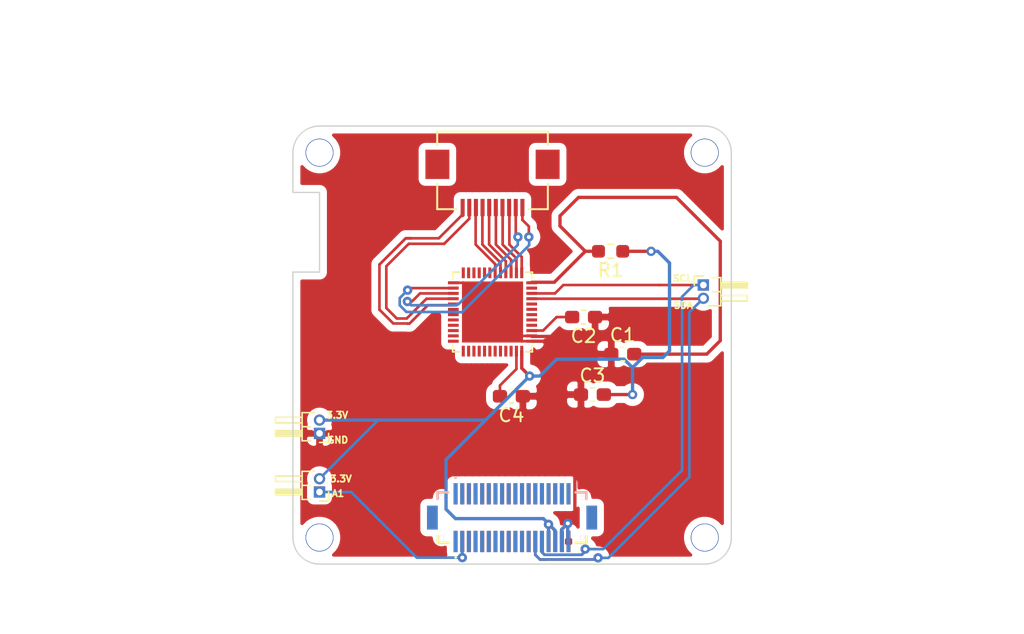
<source format=kicad_pcb>
(kicad_pcb (version 20171130) (host pcbnew "(5.1.10)-1")

  (general
    (thickness 1.6)
    (drawings 23)
    (tracks 233)
    (zones 0)
    (modules 16)
    (nets 110)
  )

  (page A4)
  (layers
    (0 F.Cu signal)
    (31 B.Cu signal)
    (32 B.Adhes user hide)
    (33 F.Adhes user hide)
    (34 B.Paste user hide)
    (35 F.Paste user)
    (36 B.SilkS user hide)
    (37 F.SilkS user)
    (38 B.Mask user hide)
    (39 F.Mask user hide)
    (40 Dwgs.User user)
    (41 Cmts.User user hide)
    (42 Eco1.User user hide)
    (43 Eco2.User user hide)
    (44 Edge.Cuts user)
    (45 Margin user hide)
    (46 B.CrtYd user hide)
    (47 F.CrtYd user hide)
    (48 B.Fab user hide)
    (49 F.Fab user)
  )

  (setup
    (last_trace_width 0.2)
    (user_trace_width 0.25)
    (trace_clearance 0.1)
    (zone_clearance 0.508)
    (zone_45_only no)
    (trace_min 0.2)
    (via_size 0.8)
    (via_drill 0.4)
    (via_min_size 0.4)
    (via_min_drill 0.3)
    (user_via 0.45 0.3)
    (uvia_size 0.3)
    (uvia_drill 0.1)
    (uvias_allowed no)
    (uvia_min_size 0.2)
    (uvia_min_drill 0.1)
    (edge_width 0.05)
    (segment_width 0.2)
    (pcb_text_width 0.3)
    (pcb_text_size 1.5 1.5)
    (mod_edge_width 0.12)
    (mod_text_size 1 1)
    (mod_text_width 0.15)
    (pad_size 2.1 2.1)
    (pad_drill 2)
    (pad_to_mask_clearance 0)
    (aux_axis_origin 0 0)
    (visible_elements 7FFFFFFF)
    (pcbplotparams
      (layerselection 0x010f0_ffffffff)
      (usegerberextensions true)
      (usegerberattributes true)
      (usegerberadvancedattributes true)
      (creategerberjobfile false)
      (excludeedgelayer true)
      (linewidth 0.100000)
      (plotframeref false)
      (viasonmask false)
      (mode 1)
      (useauxorigin false)
      (hpglpennumber 1)
      (hpglpenspeed 20)
      (hpglpendiameter 15.000000)
      (psnegative false)
      (psa4output false)
      (plotreference true)
      (plotvalue true)
      (plotinvisibletext false)
      (padsonsilk false)
      (subtractmaskfromsilk false)
      (outputformat 1)
      (mirror false)
      (drillshape 0)
      (scaleselection 1)
      (outputdirectory "output"))
  )

  (net 0 "")
  (net 1 "Net-(U1-Pad48)")
  (net 2 "Net-(U1-Pad47)")
  (net 3 "Net-(U1-Pad46)")
  (net 4 "Net-(U1-Pad45)")
  (net 5 "Net-(U1-Pad44)")
  (net 6 "Net-(U1-Pad43)")
  (net 7 "Net-(U1-Pad35)")
  (net 8 "Net-(U1-Pad32)")
  (net 9 "Net-(U1-Pad31)")
  (net 10 "Net-(U1-Pad30)")
  (net 11 "Net-(U1-Pad29)")
  (net 12 "Net-(U1-Pad28)")
  (net 13 "Net-(U1-Pad22)")
  (net 14 "Net-(U1-Pad21)")
  (net 15 "Net-(U1-Pad20)")
  (net 16 "Net-(U1-Pad19)")
  (net 17 "Net-(U1-Pad18)")
  (net 18 "Net-(U1-Pad17)")
  (net 19 "Net-(U1-Pad16)")
  (net 20 "Net-(U1-Pad15)")
  (net 21 "Net-(U1-Pad14)")
  (net 22 "Net-(U1-Pad13)")
  (net 23 "Net-(U1-Pad12)")
  (net 24 "Net-(U1-Pad11)")
  (net 25 "Net-(U1-Pad10)")
  (net 26 "Net-(U1-Pad9)")
  (net 27 "Net-(U1-Pad8)")
  (net 28 "Net-(U1-Pad7)")
  (net 29 "Net-(U1-Pad6)")
  (net 30 GND)
  (net 31 "Net-(J4-PadMP2)")
  (net 32 "Net-(J4-Pad25)")
  (net 33 "Net-(J4-Pad24)")
  (net 34 "Net-(J4-Pad23)")
  (net 35 "Net-(J4-Pad22)")
  (net 36 "Net-(J4-Pad21)")
  (net 37 "Net-(J4-Pad20)")
  (net 38 "Net-(J4-Pad19)")
  (net 39 "Net-(J4-Pad18)")
  (net 40 "Net-(J4-Pad17)")
  (net 41 "Net-(J4-Pad16)")
  (net 42 "Net-(J4-Pad15)")
  (net 43 "Net-(J4-Pad14)")
  (net 44 "Net-(J4-Pad13)")
  (net 45 "Net-(J4-Pad12)")
  (net 46 "Net-(J4-Pad11)")
  (net 47 "Net-(J4-Pad10)")
  (net 48 "Net-(J4-Pad9)")
  (net 49 "Net-(J4-Pad8)")
  (net 50 "Net-(J4-Pad7)")
  (net 51 "Net-(J4-Pad6)")
  (net 52 "Net-(J4-Pad5)")
  (net 53 "Net-(J4-Pad2)")
  (net 54 "Net-(J4-Pad1)")
  (net 55 "Net-(J5-PadMP2)")
  (net 56 "Net-(J5-Pad30)")
  (net 57 "Net-(J5-Pad28)")
  (net 58 "Net-(J5-Pad26)")
  (net 59 "Net-(J5-Pad24)")
  (net 60 "Net-(J5-Pad23)")
  (net 61 "Net-(J5-Pad22)")
  (net 62 "Net-(J5-Pad21)")
  (net 63 "Net-(J5-Pad20)")
  (net 64 "Net-(J5-Pad19)")
  (net 65 "Net-(J5-Pad18)")
  (net 66 "Net-(J5-Pad17)")
  (net 67 "Net-(J5-Pad16)")
  (net 68 "Net-(J5-Pad15)")
  (net 69 "Net-(J5-Pad14)")
  (net 70 "Net-(J5-Pad13)")
  (net 71 "Net-(J5-Pad12)")
  (net 72 "Net-(J5-Pad11)")
  (net 73 "Net-(J5-Pad10)")
  (net 74 "Net-(J5-Pad9)")
  (net 75 "Net-(J5-Pad8)")
  (net 76 "Net-(J5-Pad7)")
  (net 77 "Net-(J5-Pad6)")
  (net 78 "Net-(J5-Pad5)")
  (net 79 "Net-(J5-Pad2)")
  (net 80 "Net-(J5-Pad1)")
  (net 81 SCL)
  (net 82 SDA)
  (net 83 "Net-(C4-Pad2)")
  (net 84 +3V3)
  (net 85 VDDA)
  (net 86 VDDD)
  (net 87 TX4)
  (net 88 TX3)
  (net 89 TX2)
  (net 90 TX1)
  (net 91 RX6)
  (net 92 RX5)
  (net 93 RX4)
  (net 94 RX3)
  (net 95 RX2)
  (net 96 RX1)
  (net 97 A1)
  (net 98 "Net-(J4-PadMP1)")
  (net 99 "Net-(J4-Pad35)")
  (net 100 "Net-(J4-Pad33)")
  (net 101 "Net-(J4-Pad31)")
  (net 102 "Net-(J4-Pad29)")
  (net 103 "Net-(J4-Pad27)")
  (net 104 "Net-(J4-Pad3)")
  (net 105 "Net-(J5-PadMP1)")
  (net 106 "Net-(J5-Pad36)")
  (net 107 "Net-(J5-Pad34)")
  (net 108 "Net-(J5-Pad32)")
  (net 109 "Net-(J5-Pad4)")

  (net_class Default "This is the default net class."
    (clearance 0.1)
    (trace_width 0.2)
    (via_dia 0.8)
    (via_drill 0.4)
    (uvia_dia 0.3)
    (uvia_drill 0.1)
    (add_net +3V3)
    (add_net A1)
    (add_net GND)
    (add_net "Net-(C4-Pad2)")
    (add_net "Net-(J4-Pad1)")
    (add_net "Net-(J4-Pad10)")
    (add_net "Net-(J4-Pad11)")
    (add_net "Net-(J4-Pad12)")
    (add_net "Net-(J4-Pad13)")
    (add_net "Net-(J4-Pad14)")
    (add_net "Net-(J4-Pad15)")
    (add_net "Net-(J4-Pad16)")
    (add_net "Net-(J4-Pad17)")
    (add_net "Net-(J4-Pad18)")
    (add_net "Net-(J4-Pad19)")
    (add_net "Net-(J4-Pad2)")
    (add_net "Net-(J4-Pad20)")
    (add_net "Net-(J4-Pad21)")
    (add_net "Net-(J4-Pad22)")
    (add_net "Net-(J4-Pad23)")
    (add_net "Net-(J4-Pad24)")
    (add_net "Net-(J4-Pad25)")
    (add_net "Net-(J4-Pad27)")
    (add_net "Net-(J4-Pad29)")
    (add_net "Net-(J4-Pad3)")
    (add_net "Net-(J4-Pad31)")
    (add_net "Net-(J4-Pad33)")
    (add_net "Net-(J4-Pad35)")
    (add_net "Net-(J4-Pad5)")
    (add_net "Net-(J4-Pad6)")
    (add_net "Net-(J4-Pad7)")
    (add_net "Net-(J4-Pad8)")
    (add_net "Net-(J4-Pad9)")
    (add_net "Net-(J4-PadMP1)")
    (add_net "Net-(J4-PadMP2)")
    (add_net "Net-(J5-Pad1)")
    (add_net "Net-(J5-Pad10)")
    (add_net "Net-(J5-Pad11)")
    (add_net "Net-(J5-Pad12)")
    (add_net "Net-(J5-Pad13)")
    (add_net "Net-(J5-Pad14)")
    (add_net "Net-(J5-Pad15)")
    (add_net "Net-(J5-Pad16)")
    (add_net "Net-(J5-Pad17)")
    (add_net "Net-(J5-Pad18)")
    (add_net "Net-(J5-Pad19)")
    (add_net "Net-(J5-Pad2)")
    (add_net "Net-(J5-Pad20)")
    (add_net "Net-(J5-Pad21)")
    (add_net "Net-(J5-Pad22)")
    (add_net "Net-(J5-Pad23)")
    (add_net "Net-(J5-Pad24)")
    (add_net "Net-(J5-Pad26)")
    (add_net "Net-(J5-Pad28)")
    (add_net "Net-(J5-Pad30)")
    (add_net "Net-(J5-Pad32)")
    (add_net "Net-(J5-Pad34)")
    (add_net "Net-(J5-Pad36)")
    (add_net "Net-(J5-Pad4)")
    (add_net "Net-(J5-Pad5)")
    (add_net "Net-(J5-Pad6)")
    (add_net "Net-(J5-Pad7)")
    (add_net "Net-(J5-Pad8)")
    (add_net "Net-(J5-Pad9)")
    (add_net "Net-(J5-PadMP1)")
    (add_net "Net-(J5-PadMP2)")
    (add_net "Net-(U1-Pad10)")
    (add_net "Net-(U1-Pad11)")
    (add_net "Net-(U1-Pad12)")
    (add_net "Net-(U1-Pad13)")
    (add_net "Net-(U1-Pad14)")
    (add_net "Net-(U1-Pad15)")
    (add_net "Net-(U1-Pad16)")
    (add_net "Net-(U1-Pad17)")
    (add_net "Net-(U1-Pad18)")
    (add_net "Net-(U1-Pad19)")
    (add_net "Net-(U1-Pad20)")
    (add_net "Net-(U1-Pad21)")
    (add_net "Net-(U1-Pad22)")
    (add_net "Net-(U1-Pad28)")
    (add_net "Net-(U1-Pad29)")
    (add_net "Net-(U1-Pad30)")
    (add_net "Net-(U1-Pad31)")
    (add_net "Net-(U1-Pad32)")
    (add_net "Net-(U1-Pad35)")
    (add_net "Net-(U1-Pad43)")
    (add_net "Net-(U1-Pad44)")
    (add_net "Net-(U1-Pad45)")
    (add_net "Net-(U1-Pad46)")
    (add_net "Net-(U1-Pad47)")
    (add_net "Net-(U1-Pad48)")
    (add_net "Net-(U1-Pad6)")
    (add_net "Net-(U1-Pad7)")
    (add_net "Net-(U1-Pad8)")
    (add_net "Net-(U1-Pad9)")
    (add_net RX1)
    (add_net RX2)
    (add_net RX3)
    (add_net RX4)
    (add_net RX5)
    (add_net RX6)
    (add_net SCL)
    (add_net SDA)
    (add_net TX1)
    (add_net TX2)
    (add_net TX3)
    (add_net TX4)
    (add_net VDDA)
    (add_net VDDD)
  )

  (module MountingHole:MountingHole_2.1mm (layer F.Cu) (tedit 61B8D3CA) (tstamp 61B93219)
    (at 52 81)
    (descr "Mounting Hole 2.1mm, no annular")
    (tags "mounting hole 2.1mm no annular")
    (attr virtual)
    (fp_text reference REF** (at -13.5 6) (layer F.SilkS) hide
      (effects (font (size 1 1) (thickness 0.15)))
    )
    (fp_text value MountingHole_2.1mm (at -16 3.5) (layer F.Fab)
      (effects (font (size 1 1) (thickness 0.15)))
    )
    (fp_circle (center 0 0) (end 2.35 0) (layer F.CrtYd) (width 0.05))
    (fp_circle (center 0 0) (end 2.1 0) (layer Cmts.User) (width 0.15))
    (fp_text user %R (at -19 6) (layer F.Fab)
      (effects (font (size 1 1) (thickness 0.15)))
    )
    (pad "" np_thru_hole circle (at 0 0) (size 2.1 2.1) (drill 2) (layers *.Cu *.Mask))
  )

  (module MountingHole:MountingHole_2.1mm (layer F.Cu) (tedit 61B8D3CA) (tstamp 61B931D1)
    (at 81 81)
    (descr "Mounting Hole 2.1mm, no annular")
    (tags "mounting hole 2.1mm no annular")
    (attr virtual)
    (fp_text reference REF** (at 8 8) (layer F.SilkS) hide
      (effects (font (size 1 1) (thickness 0.15)))
    )
    (fp_text value MountingHole_2.1mm (at 14 4) (layer F.Fab)
      (effects (font (size 1 1) (thickness 0.15)))
    )
    (fp_text user %R (at 8 6) (layer F.Fab)
      (effects (font (size 1 1) (thickness 0.15)))
    )
    (fp_circle (center 0 0) (end 2.1 0) (layer Cmts.User) (width 0.15))
    (fp_circle (center 0 0) (end 2.35 0) (layer F.CrtYd) (width 0.05))
    (pad "" np_thru_hole circle (at 0 0) (size 2.1 2.1) (drill 2) (layers *.Cu *.Mask))
  )

  (module MountingHole:MountingHole_2.1mm (layer F.Cu) (tedit 61B8D3CA) (tstamp 61B93180)
    (at 81 52)
    (descr "Mounting Hole 2.1mm, no annular")
    (tags "mounting hole 2.1mm no annular")
    (attr virtual)
    (fp_text reference REF** (at 0 -3.2) (layer F.SilkS) hide
      (effects (font (size 1 1) (thickness 0.15)))
    )
    (fp_text value MountingHole_2.1mm (at 16 -2.5) (layer F.Fab)
      (effects (font (size 1 1) (thickness 0.15)))
    )
    (fp_circle (center 0 0) (end 2.35 0) (layer F.CrtYd) (width 0.05))
    (fp_circle (center 0 0) (end 2.1 0) (layer Cmts.User) (width 0.15))
    (fp_text user %R (at 8 -5) (layer F.Fab)
      (effects (font (size 1 1) (thickness 0.15)))
    )
    (pad "" np_thru_hole circle (at 0 0) (size 2.1 2.1) (drill 2) (layers *.Cu *.Mask))
  )

  (module MountingHole:MountingHole_2.1mm (layer F.Cu) (tedit 61B8D3CA) (tstamp 61B930C6)
    (at 52 52)
    (descr "Mounting Hole 2.1mm, no annular")
    (tags "mounting hole 2.1mm no annular")
    (attr virtual)
    (fp_text reference REF** (at 0 -3.2) (layer F.SilkS) hide
      (effects (font (size 1 1) (thickness 0.15)))
    )
    (fp_text value MountingHole_2.1mm (at -10.5 4.5) (layer F.Fab)
      (effects (font (size 1 1) (thickness 0.15)))
    )
    (fp_text user %R (at -9.5 0) (layer F.Fab)
      (effects (font (size 1 1) (thickness 0.15)))
    )
    (fp_circle (center 0 0) (end 2.1 0) (layer Cmts.User) (width 0.15))
    (fp_circle (center 0 0) (end 2.35 0) (layer F.CrtYd) (width 0.05))
    (pad "" np_thru_hole circle (at 0 0) (size 2.1 2.1) (drill 2) (layers *.Cu *.Mask))
  )

  (module "FH12-10S-0:FH12-10S-0.5SH(55)_HIR" (layer F.Cu) (tedit 6196B08F) (tstamp 61835035)
    (at 65.024 53.34 180)
    (path /6182A3CF)
    (fp_text reference J6 (at -0.02286 0.25908) (layer F.Fab)
      (effects (font (size 1 1) (thickness 0.15)))
    )
    (fp_text value "FH12-10S-0.5SH(55)" (at 3.22326 -1.65354) (layer F.Fab)
      (effects (font (size 1 1) (thickness 0.15)))
    )
    (fp_line (start -4.1656 2.921) (end 4.1656 2.921) (layer F.SilkS) (width 0.1524))
    (fp_line (start 4.1656 2.921) (end 4.1656 1.905) (layer F.SilkS) (width 0.1524))
    (fp_line (start 4.1656 -2.921) (end 2.7432 -2.921) (layer F.SilkS) (width 0.1524))
    (fp_line (start -4.1656 -2.921) (end -4.1656 -0.9906) (layer F.SilkS) (width 0.1524))
    (fp_line (start -2.7432 -2.921) (end -4.1656 -2.921) (layer F.SilkS) (width 0.1524))
    (fp_line (start -4.1656 1.905) (end -4.1656 2.921) (layer F.SilkS) (width 0.1524))
    (fp_line (start 4.1656 -0.9906) (end 4.1656 -2.921) (layer F.SilkS) (width 0.1524))
    (fp_line (start -4.064 2.794) (end 4.064 2.794) (layer F.Fab) (width 0.1524))
    (fp_line (start 4.064 2.794) (end 4.064 -2.794) (layer F.Fab) (width 0.1524))
    (fp_line (start 4.064 -2.794) (end -4.064 -2.794) (layer F.Fab) (width 0.1524))
    (fp_line (start -4.064 -2.794) (end -4.064 2.794) (layer F.Fab) (width 0.1524))
    (pad 12 smd rect (at 4.15 0.456 180) (size 1.8034 2.2098) (layers F.Cu F.Paste F.Mask))
    (pad 11 smd rect (at -4.15 0.456 180) (size 1.8034 2.2098) (layers F.Cu F.Paste F.Mask))
    (pad 10 smd rect (at 2.25 -2.794 180) (size 0.3048 1.2954) (layers F.Cu F.Paste F.Mask)
      (net 87 TX4))
    (pad 9 smd rect (at 1.75 -2.794 180) (size 0.3048 1.2954) (layers F.Cu F.Paste F.Mask)
      (net 88 TX3))
    (pad 8 smd rect (at 1.25 -2.794 180) (size 0.3048 1.2954) (layers F.Cu F.Paste F.Mask)
      (net 91 RX6))
    (pad 7 smd rect (at 0.75 -2.794 180) (size 0.3048 1.2954) (layers F.Cu F.Paste F.Mask)
      (net 92 RX5))
    (pad 6 smd rect (at 0.25 -2.794 180) (size 0.3048 1.2954) (layers F.Cu F.Paste F.Mask)
      (net 93 RX4))
    (pad 5 smd rect (at -0.25 -2.794 180) (size 0.3048 1.2954) (layers F.Cu F.Paste F.Mask)
      (net 94 RX3))
    (pad 4 smd rect (at -0.75 -2.794 180) (size 0.3048 1.2954) (layers F.Cu F.Paste F.Mask)
      (net 95 RX2))
    (pad 3 smd rect (at -1.25 -2.794 180) (size 0.3048 1.2954) (layers F.Cu F.Paste F.Mask)
      (net 96 RX1))
    (pad 2 smd rect (at -1.75 -2.794 180) (size 0.3048 1.2954) (layers F.Cu F.Paste F.Mask)
      (net 89 TX2))
    (pad 1 smd rect (at -2.25 -2.794 180) (size 0.3048 1.2954) (layers F.Cu F.Paste F.Mask)
      (net 90 TX1))
  )

  (module DF12_3.0_-36DP-0.5V_86_:DF123036DP05V86 (layer F.Cu) (tedit 618A8F97) (tstamp 6196273E)
    (at 66.5 79.5)
    (descr "DF12(3.0)-36DP-0.5V(86)-2")
    (tags Connector)
    (path /61987E08)
    (fp_text reference J5 (at 0 0) (layer F.SilkS) hide
      (effects (font (size 1.27 1.27) (thickness 0.254)))
    )
    (fp_text value DF12_3.0_-36DP-0.5V_86_ (at 0 0) (layer F.Fab) hide
      (effects (font (size 1.27 1.27) (thickness 0.254)))
    )
    (fp_line (start 5.6 1.9) (end 4.8 1.9) (layer F.SilkS) (width 0.2))
    (fp_line (start 5.6 1.4) (end 5.6 1.9) (layer F.SilkS) (width 0.2))
    (fp_line (start -5.6 1.9) (end -4.8 1.9) (layer F.SilkS) (width 0.2))
    (fp_line (start -5.6 1.4) (end -5.6 1.9) (layer F.SilkS) (width 0.2))
    (fp_line (start -4.3 3) (end -4.3 3) (layer F.SilkS) (width 0.1))
    (fp_line (start -4.2 3) (end -4.2 3) (layer F.SilkS) (width 0.1))
    (fp_line (start -7.4 3.6) (end -7.4 -3.6) (layer Dwgs.User) (width 0.1))
    (fp_line (start 7.4 3.6) (end -7.4 3.6) (layer Dwgs.User) (width 0.1))
    (fp_line (start 7.4 -3.6) (end 7.4 3.6) (layer Dwgs.User) (width 0.1))
    (fp_line (start -7.4 -3.6) (end 7.4 -3.6) (layer Dwgs.User) (width 0.1))
    (fp_line (start -5.6 1.9) (end -5.6 -1.9) (layer Dwgs.User) (width 0.1))
    (fp_line (start 5.6 1.9) (end -5.6 1.9) (layer Dwgs.User) (width 0.1))
    (fp_line (start 5.6 -1.9) (end 5.6 1.9) (layer Dwgs.User) (width 0.1))
    (fp_line (start -5.6 -1.9) (end 5.6 -1.9) (layer Dwgs.User) (width 0.1))
    (fp_arc (start -4.25 3) (end -4.3 3) (angle -180) (layer F.SilkS) (width 0.1))
    (fp_arc (start -4.25 3) (end -4.2 3) (angle -180) (layer F.SilkS) (width 0.1))
    (pad MP2 smd rect (at 6 0) (size 0.8 1.8) (layers F.Cu F.Paste F.Mask)
      (net 55 "Net-(J5-PadMP2)"))
    (pad MP1 smd rect (at -6 0) (size 0.8 1.8) (layers F.Cu F.Paste F.Mask)
      (net 105 "Net-(J5-PadMP1)"))
    (pad MH2 thru_hole circle (at 5.3 -1.5 90) (size 0.3 0.3) (drill 0.6) (layers *.Cu *.Mask F.SilkS))
    (pad MH1 thru_hole circle (at -5.3 -1.5 90) (size 0.3 0.3) (drill 0.6) (layers *.Cu *.Mask F.SilkS))
    (pad 36 smd rect (at 4.25 -1.8) (size 0.3 1.6) (layers F.Cu F.Paste F.Mask)
      (net 106 "Net-(J5-Pad36)"))
    (pad 35 smd rect (at 4.25 1.8) (size 0.3 1.6) (layers F.Cu F.Paste F.Mask)
      (net 30 GND))
    (pad 34 smd rect (at 3.75 -1.8) (size 0.3 1.6) (layers F.Cu F.Paste F.Mask)
      (net 107 "Net-(J5-Pad34)"))
    (pad 33 smd rect (at 3.75 1.8) (size 0.3 1.6) (layers F.Cu F.Paste F.Mask)
      (net 30 GND))
    (pad 32 smd rect (at 3.25 -1.8) (size 0.3 1.6) (layers F.Cu F.Paste F.Mask)
      (net 108 "Net-(J5-Pad32)"))
    (pad 31 smd rect (at 3.25 1.8) (size 0.3 1.6) (layers F.Cu F.Paste F.Mask)
      (net 84 +3V3))
    (pad 30 smd rect (at 2.75 -1.8) (size 0.3 1.6) (layers F.Cu F.Paste F.Mask)
      (net 56 "Net-(J5-Pad30)"))
    (pad 29 smd rect (at 2.75 1.8) (size 0.3 1.6) (layers F.Cu F.Paste F.Mask)
      (net 84 +3V3))
    (pad 28 smd rect (at 2.25 -1.8) (size 0.3 1.6) (layers F.Cu F.Paste F.Mask)
      (net 57 "Net-(J5-Pad28)"))
    (pad 27 smd rect (at 2.25 1.8) (size 0.3 1.6) (layers F.Cu F.Paste F.Mask)
      (net 81 SCL))
    (pad 26 smd rect (at 1.75 -1.8) (size 0.3 1.6) (layers F.Cu F.Paste F.Mask)
      (net 58 "Net-(J5-Pad26)"))
    (pad 25 smd rect (at 1.75 1.8) (size 0.3 1.6) (layers F.Cu F.Paste F.Mask)
      (net 82 SDA))
    (pad 24 smd rect (at 1.25 -1.8) (size 0.3 1.6) (layers F.Cu F.Paste F.Mask)
      (net 59 "Net-(J5-Pad24)"))
    (pad 23 smd rect (at 1.25 1.8) (size 0.3 1.6) (layers F.Cu F.Paste F.Mask)
      (net 60 "Net-(J5-Pad23)"))
    (pad 22 smd rect (at 0.75 -1.8) (size 0.3 1.6) (layers F.Cu F.Paste F.Mask)
      (net 61 "Net-(J5-Pad22)"))
    (pad 21 smd rect (at 0.75 1.8) (size 0.3 1.6) (layers F.Cu F.Paste F.Mask)
      (net 62 "Net-(J5-Pad21)"))
    (pad 20 smd rect (at 0.25 -1.8) (size 0.3 1.6) (layers F.Cu F.Paste F.Mask)
      (net 63 "Net-(J5-Pad20)"))
    (pad 19 smd rect (at 0.25 1.8) (size 0.3 1.6) (layers F.Cu F.Paste F.Mask)
      (net 64 "Net-(J5-Pad19)"))
    (pad 18 smd rect (at -0.25 -1.8) (size 0.3 1.6) (layers F.Cu F.Paste F.Mask)
      (net 65 "Net-(J5-Pad18)"))
    (pad 17 smd rect (at -0.25 1.8) (size 0.3 1.6) (layers F.Cu F.Paste F.Mask)
      (net 66 "Net-(J5-Pad17)"))
    (pad 16 smd rect (at -0.75 -1.8) (size 0.3 1.6) (layers F.Cu F.Paste F.Mask)
      (net 67 "Net-(J5-Pad16)"))
    (pad 15 smd rect (at -0.75 1.8) (size 0.3 1.6) (layers F.Cu F.Paste F.Mask)
      (net 68 "Net-(J5-Pad15)"))
    (pad 14 smd rect (at -1.25 -1.8) (size 0.3 1.6) (layers F.Cu F.Paste F.Mask)
      (net 69 "Net-(J5-Pad14)"))
    (pad 13 smd rect (at -1.25 1.8) (size 0.3 1.6) (layers F.Cu F.Paste F.Mask)
      (net 70 "Net-(J5-Pad13)"))
    (pad 12 smd rect (at -1.75 -1.8) (size 0.3 1.6) (layers F.Cu F.Paste F.Mask)
      (net 71 "Net-(J5-Pad12)"))
    (pad 11 smd rect (at -1.75 1.8) (size 0.3 1.6) (layers F.Cu F.Paste F.Mask)
      (net 72 "Net-(J5-Pad11)"))
    (pad 10 smd rect (at -2.25 -1.8) (size 0.3 1.6) (layers F.Cu F.Paste F.Mask)
      (net 73 "Net-(J5-Pad10)"))
    (pad 9 smd rect (at -2.25 1.8) (size 0.3 1.6) (layers F.Cu F.Paste F.Mask)
      (net 74 "Net-(J5-Pad9)"))
    (pad 8 smd rect (at -2.75 -1.8) (size 0.3 1.6) (layers F.Cu F.Paste F.Mask)
      (net 75 "Net-(J5-Pad8)"))
    (pad 7 smd rect (at -2.75 1.8) (size 0.3 1.6) (layers F.Cu F.Paste F.Mask)
      (net 76 "Net-(J5-Pad7)"))
    (pad 6 smd rect (at -3.25 -1.8) (size 0.3 1.6) (layers F.Cu F.Paste F.Mask)
      (net 77 "Net-(J5-Pad6)"))
    (pad 5 smd rect (at -3.25 1.8) (size 0.3 1.6) (layers F.Cu F.Paste F.Mask)
      (net 78 "Net-(J5-Pad5)"))
    (pad 4 smd rect (at -3.75 -1.8) (size 0.3 1.6) (layers F.Cu F.Paste F.Mask)
      (net 109 "Net-(J5-Pad4)"))
    (pad 3 smd rect (at -3.75 1.8) (size 0.3 1.6) (layers F.Cu F.Paste F.Mask)
      (net 97 A1))
    (pad 2 smd rect (at -4.25 -1.8) (size 0.3 1.6) (layers F.Cu F.Paste F.Mask)
      (net 79 "Net-(J5-Pad2)"))
    (pad 1 smd rect (at -4.25 1.8) (size 0.3 1.6) (layers F.Cu F.Paste F.Mask)
      (net 80 "Net-(J5-Pad1)"))
  )

  (module DF12_3.0_-36DP-0.5V_86_:DF123036DP05V86 (layer B.Cu) (tedit 618A8F97) (tstamp 61962702)
    (at 66.48952 79.50114)
    (descr "DF12(3.0)-36DP-0.5V(86)-2")
    (tags Connector)
    (path /618AB87C)
    (fp_text reference J4 (at 0 0) (layer B.SilkS) hide
      (effects (font (size 1.27 1.27) (thickness 0.254)) (justify mirror))
    )
    (fp_text value DF12_3.0_-36DP-0.5V_86_ (at 0 0) (layer B.SilkS) hide
      (effects (font (size 1.27 1.27) (thickness 0.254)) (justify mirror))
    )
    (fp_line (start 5.6 -1.9) (end 4.8 -1.9) (layer B.SilkS) (width 0.2))
    (fp_line (start 5.6 -1.4) (end 5.6 -1.9) (layer B.SilkS) (width 0.2))
    (fp_line (start -5.6 -1.9) (end -4.8 -1.9) (layer B.SilkS) (width 0.2))
    (fp_line (start -5.6 -1.4) (end -5.6 -1.9) (layer B.SilkS) (width 0.2))
    (fp_line (start -4.3 -3) (end -4.3 -3) (layer B.SilkS) (width 0.1))
    (fp_line (start -4.2 -3) (end -4.2 -3) (layer B.SilkS) (width 0.1))
    (fp_line (start -7.4 -3.6) (end -7.4 3.6) (layer Dwgs.User) (width 0.1))
    (fp_line (start 7.4 -3.6) (end -7.4 -3.6) (layer Dwgs.User) (width 0.1))
    (fp_line (start 7.4 3.6) (end 7.4 -3.6) (layer Dwgs.User) (width 0.1))
    (fp_line (start -7.4 3.6) (end 7.4 3.6) (layer Dwgs.User) (width 0.1))
    (fp_line (start -5.6 -1.9) (end -5.6 1.9) (layer Dwgs.User) (width 0.1))
    (fp_line (start 5.6 -1.9) (end -5.6 -1.9) (layer Dwgs.User) (width 0.1))
    (fp_line (start 5.6 1.9) (end 5.6 -1.9) (layer Dwgs.User) (width 0.1))
    (fp_line (start -5.6 1.9) (end 5.6 1.9) (layer Dwgs.User) (width 0.1))
    (fp_arc (start -4.25 -3) (end -4.3 -3) (angle 180) (layer B.SilkS) (width 0.1))
    (fp_arc (start -4.25 -3) (end -4.2 -3) (angle 180) (layer B.SilkS) (width 0.1))
    (pad MP2 smd rect (at 6 0) (size 0.8 1.8) (layers B.Cu B.Paste B.Mask)
      (net 31 "Net-(J4-PadMP2)"))
    (pad MP1 smd rect (at -6 0) (size 0.8 1.8) (layers B.Cu B.Paste B.Mask)
      (net 98 "Net-(J4-PadMP1)"))
    (pad MH2 thru_hole circle (at 5.3 1.5 270) (size 0.3 0.3) (drill 0.6) (layers *.Cu *.Mask B.SilkS))
    (pad MH1 thru_hole circle (at -5.3 1.5 270) (size 0.3 0.3) (drill 0.6) (layers *.Cu *.Mask B.SilkS))
    (pad 36 smd rect (at 4.25 1.8) (size 0.3 1.6) (layers B.Cu B.Paste B.Mask)
      (net 30 GND))
    (pad 35 smd rect (at 4.25 -1.8) (size 0.3 1.6) (layers B.Cu B.Paste B.Mask)
      (net 99 "Net-(J4-Pad35)"))
    (pad 34 smd rect (at 3.75 1.8) (size 0.3 1.6) (layers B.Cu B.Paste B.Mask)
      (net 30 GND))
    (pad 33 smd rect (at 3.75 -1.8) (size 0.3 1.6) (layers B.Cu B.Paste B.Mask)
      (net 100 "Net-(J4-Pad33)"))
    (pad 32 smd rect (at 3.25 1.8) (size 0.3 1.6) (layers B.Cu B.Paste B.Mask)
      (net 84 +3V3))
    (pad 31 smd rect (at 3.25 -1.8) (size 0.3 1.6) (layers B.Cu B.Paste B.Mask)
      (net 101 "Net-(J4-Pad31)"))
    (pad 30 smd rect (at 2.75 1.8) (size 0.3 1.6) (layers B.Cu B.Paste B.Mask)
      (net 84 +3V3))
    (pad 29 smd rect (at 2.75 -1.8) (size 0.3 1.6) (layers B.Cu B.Paste B.Mask)
      (net 102 "Net-(J4-Pad29)"))
    (pad 28 smd rect (at 2.25 1.8) (size 0.3 1.6) (layers B.Cu B.Paste B.Mask)
      (net 81 SCL))
    (pad 27 smd rect (at 2.25 -1.8) (size 0.3 1.6) (layers B.Cu B.Paste B.Mask)
      (net 103 "Net-(J4-Pad27)"))
    (pad 26 smd rect (at 1.75 1.8) (size 0.3 1.6) (layers B.Cu B.Paste B.Mask)
      (net 82 SDA))
    (pad 25 smd rect (at 1.75 -1.8) (size 0.3 1.6) (layers B.Cu B.Paste B.Mask)
      (net 32 "Net-(J4-Pad25)"))
    (pad 24 smd rect (at 1.25 1.8) (size 0.3 1.6) (layers B.Cu B.Paste B.Mask)
      (net 33 "Net-(J4-Pad24)"))
    (pad 23 smd rect (at 1.25 -1.8) (size 0.3 1.6) (layers B.Cu B.Paste B.Mask)
      (net 34 "Net-(J4-Pad23)"))
    (pad 22 smd rect (at 0.75 1.8) (size 0.3 1.6) (layers B.Cu B.Paste B.Mask)
      (net 35 "Net-(J4-Pad22)"))
    (pad 21 smd rect (at 0.75 -1.8) (size 0.3 1.6) (layers B.Cu B.Paste B.Mask)
      (net 36 "Net-(J4-Pad21)"))
    (pad 20 smd rect (at 0.25 1.8) (size 0.3 1.6) (layers B.Cu B.Paste B.Mask)
      (net 37 "Net-(J4-Pad20)"))
    (pad 19 smd rect (at 0.25 -1.8) (size 0.3 1.6) (layers B.Cu B.Paste B.Mask)
      (net 38 "Net-(J4-Pad19)"))
    (pad 18 smd rect (at -0.25 1.8) (size 0.3 1.6) (layers B.Cu B.Paste B.Mask)
      (net 39 "Net-(J4-Pad18)"))
    (pad 17 smd rect (at -0.25 -1.8) (size 0.3 1.6) (layers B.Cu B.Paste B.Mask)
      (net 40 "Net-(J4-Pad17)"))
    (pad 16 smd rect (at -0.75 1.8) (size 0.3 1.6) (layers B.Cu B.Paste B.Mask)
      (net 41 "Net-(J4-Pad16)"))
    (pad 15 smd rect (at -0.75 -1.8) (size 0.3 1.6) (layers B.Cu B.Paste B.Mask)
      (net 42 "Net-(J4-Pad15)"))
    (pad 14 smd rect (at -1.25 1.8) (size 0.3 1.6) (layers B.Cu B.Paste B.Mask)
      (net 43 "Net-(J4-Pad14)"))
    (pad 13 smd rect (at -1.25 -1.8) (size 0.3 1.6) (layers B.Cu B.Paste B.Mask)
      (net 44 "Net-(J4-Pad13)"))
    (pad 12 smd rect (at -1.75 1.8) (size 0.3 1.6) (layers B.Cu B.Paste B.Mask)
      (net 45 "Net-(J4-Pad12)"))
    (pad 11 smd rect (at -1.75 -1.8) (size 0.3 1.6) (layers B.Cu B.Paste B.Mask)
      (net 46 "Net-(J4-Pad11)"))
    (pad 10 smd rect (at -2.25 1.8) (size 0.3 1.6) (layers B.Cu B.Paste B.Mask)
      (net 47 "Net-(J4-Pad10)"))
    (pad 9 smd rect (at -2.25 -1.8) (size 0.3 1.6) (layers B.Cu B.Paste B.Mask)
      (net 48 "Net-(J4-Pad9)"))
    (pad 8 smd rect (at -2.75 1.8) (size 0.3 1.6) (layers B.Cu B.Paste B.Mask)
      (net 49 "Net-(J4-Pad8)"))
    (pad 7 smd rect (at -2.75 -1.8) (size 0.3 1.6) (layers B.Cu B.Paste B.Mask)
      (net 50 "Net-(J4-Pad7)"))
    (pad 6 smd rect (at -3.25 1.8) (size 0.3 1.6) (layers B.Cu B.Paste B.Mask)
      (net 51 "Net-(J4-Pad6)"))
    (pad 5 smd rect (at -3.25 -1.8) (size 0.3 1.6) (layers B.Cu B.Paste B.Mask)
      (net 52 "Net-(J4-Pad5)"))
    (pad 4 smd rect (at -3.75 1.8) (size 0.3 1.6) (layers B.Cu B.Paste B.Mask)
      (net 97 A1))
    (pad 3 smd rect (at -3.75 -1.8) (size 0.3 1.6) (layers B.Cu B.Paste B.Mask)
      (net 104 "Net-(J4-Pad3)"))
    (pad 2 smd rect (at -4.25 1.8) (size 0.3 1.6) (layers B.Cu B.Paste B.Mask)
      (net 53 "Net-(J4-Pad2)"))
    (pad 1 smd rect (at -4.25 -1.8) (size 0.3 1.6) (layers B.Cu B.Paste B.Mask)
      (net 54 "Net-(J4-Pad1)"))
  )

  (module Connector_PinHeader_1.00mm:PinHeader_1x02_P1.00mm_Horizontal (layer F.Cu) (tedit 59FED737) (tstamp 61835538)
    (at 52 73.152 180)
    (descr "Through hole angled pin header, 1x02, 1.00mm pitch, 2.0mm pin length, single row")
    (tags "Through hole angled pin header THT 1x02 1.00mm single row")
    (path /6186B509)
    (fp_text reference J3 (at 1.375 -1.5) (layer F.SilkS) hide
      (effects (font (size 1 1) (thickness 0.15)))
    )
    (fp_text value Conn_01x02_Male (at 1.375 2.5) (layer F.Fab)
      (effects (font (size 1 1) (thickness 0.15)))
    )
    (fp_line (start 3.75 -1) (end -1 -1) (layer F.CrtYd) (width 0.05))
    (fp_line (start 3.75 2) (end 3.75 -1) (layer F.CrtYd) (width 0.05))
    (fp_line (start -1 2) (end 3.75 2) (layer F.CrtYd) (width 0.05))
    (fp_line (start -1 -1) (end -1 2) (layer F.CrtYd) (width 0.05))
    (fp_line (start -0.685 -0.685) (end 0 -0.685) (layer F.SilkS) (width 0.12))
    (fp_line (start -0.685 0) (end -0.685 -0.685) (layer F.SilkS) (width 0.12))
    (fp_line (start 3.31 1.21) (end 1.31 1.21) (layer F.SilkS) (width 0.12))
    (fp_line (start 3.31 0.79) (end 3.31 1.21) (layer F.SilkS) (width 0.12))
    (fp_line (start 1.31 0.79) (end 3.31 0.79) (layer F.SilkS) (width 0.12))
    (fp_line (start 0.685 0.5) (end 1.31 0.5) (layer F.SilkS) (width 0.12))
    (fp_line (start 1.31 0.09) (end 3.31 0.09) (layer F.SilkS) (width 0.12))
    (fp_line (start 1.31 -0.03) (end 3.31 -0.03) (layer F.SilkS) (width 0.12))
    (fp_line (start 1.31 -0.15) (end 3.31 -0.15) (layer F.SilkS) (width 0.12))
    (fp_line (start 3.31 0.21) (end 1.31 0.21) (layer F.SilkS) (width 0.12))
    (fp_line (start 3.31 -0.21) (end 3.31 0.21) (layer F.SilkS) (width 0.12))
    (fp_line (start 1.31 -0.21) (end 3.31 -0.21) (layer F.SilkS) (width 0.12))
    (fp_line (start 1.31 1.56) (end 0.394493 1.56) (layer F.SilkS) (width 0.12))
    (fp_line (start 1.31 -0.56) (end 1.31 1.56) (layer F.SilkS) (width 0.12))
    (fp_line (start 0.685 -0.56) (end 1.31 -0.56) (layer F.SilkS) (width 0.12))
    (fp_line (start 1.25 1.15) (end 3.25 1.15) (layer F.Fab) (width 0.1))
    (fp_line (start 3.25 0.85) (end 3.25 1.15) (layer F.Fab) (width 0.1))
    (fp_line (start 1.25 0.85) (end 3.25 0.85) (layer F.Fab) (width 0.1))
    (fp_line (start -0.15 1.15) (end 0.25 1.15) (layer F.Fab) (width 0.1))
    (fp_line (start -0.15 0.85) (end -0.15 1.15) (layer F.Fab) (width 0.1))
    (fp_line (start -0.15 0.85) (end 0.25 0.85) (layer F.Fab) (width 0.1))
    (fp_line (start 1.25 0.15) (end 3.25 0.15) (layer F.Fab) (width 0.1))
    (fp_line (start 3.25 -0.15) (end 3.25 0.15) (layer F.Fab) (width 0.1))
    (fp_line (start 1.25 -0.15) (end 3.25 -0.15) (layer F.Fab) (width 0.1))
    (fp_line (start -0.15 0.15) (end 0.25 0.15) (layer F.Fab) (width 0.1))
    (fp_line (start -0.15 -0.15) (end -0.15 0.15) (layer F.Fab) (width 0.1))
    (fp_line (start -0.15 -0.15) (end 0.25 -0.15) (layer F.Fab) (width 0.1))
    (fp_line (start 0.25 -0.25) (end 0.5 -0.5) (layer F.Fab) (width 0.1))
    (fp_line (start 0.25 1.5) (end 0.25 -0.25) (layer F.Fab) (width 0.1))
    (fp_line (start 1.25 1.5) (end 0.25 1.5) (layer F.Fab) (width 0.1))
    (fp_line (start 1.25 -0.5) (end 1.25 1.5) (layer F.Fab) (width 0.1))
    (fp_line (start 0.5 -0.5) (end 1.25 -0.5) (layer F.Fab) (width 0.1))
    (fp_text user %R (at 0.75 0.5 90) (layer F.Fab)
      (effects (font (size 0.6 0.6) (thickness 0.09)))
    )
    (pad 2 thru_hole oval (at 0 1 180) (size 0.85 0.85) (drill 0.5) (layers *.Cu *.Mask)
      (net 84 +3V3))
    (pad 1 thru_hole rect (at 0 0 180) (size 0.85 0.85) (drill 0.5) (layers *.Cu *.Mask)
      (net 30 GND))
    (model ${KISYS3DMOD}/Connector_PinHeader_1.00mm.3dshapes/PinHeader_1x02_P1.00mm_Horizontal.wrl
      (at (xyz 0 0 0))
      (scale (xyz 1 1 1))
      (rotate (xyz 0 0 0))
    )
  )

  (module Connector_PinHeader_1.00mm:PinHeader_1x02_P1.00mm_Horizontal (layer F.Cu) (tedit 59FED737) (tstamp 6183550D)
    (at 52 77.5716 180)
    (descr "Through hole angled pin header, 1x02, 1.00mm pitch, 2.0mm pin length, single row")
    (tags "Through hole angled pin header THT 1x02 1.00mm single row")
    (path /6186CE32)
    (fp_text reference J2 (at 1.375 -1.5) (layer F.SilkS) hide
      (effects (font (size 1 1) (thickness 0.15)))
    )
    (fp_text value Conn_01x02_Male (at 1.375 2.5) (layer F.Fab)
      (effects (font (size 1 1) (thickness 0.15)))
    )
    (fp_line (start 3.75 -1) (end -1 -1) (layer F.CrtYd) (width 0.05))
    (fp_line (start 3.75 2) (end 3.75 -1) (layer F.CrtYd) (width 0.05))
    (fp_line (start -1 2) (end 3.75 2) (layer F.CrtYd) (width 0.05))
    (fp_line (start -1 -1) (end -1 2) (layer F.CrtYd) (width 0.05))
    (fp_line (start -0.685 -0.685) (end 0 -0.685) (layer F.SilkS) (width 0.12))
    (fp_line (start -0.685 0) (end -0.685 -0.685) (layer F.SilkS) (width 0.12))
    (fp_line (start 3.31 1.21) (end 1.31 1.21) (layer F.SilkS) (width 0.12))
    (fp_line (start 3.31 0.79) (end 3.31 1.21) (layer F.SilkS) (width 0.12))
    (fp_line (start 1.31 0.79) (end 3.31 0.79) (layer F.SilkS) (width 0.12))
    (fp_line (start 0.685 0.5) (end 1.31 0.5) (layer F.SilkS) (width 0.12))
    (fp_line (start 1.31 0.09) (end 3.31 0.09) (layer F.SilkS) (width 0.12))
    (fp_line (start 1.31 -0.03) (end 3.31 -0.03) (layer F.SilkS) (width 0.12))
    (fp_line (start 1.31 -0.15) (end 3.31 -0.15) (layer F.SilkS) (width 0.12))
    (fp_line (start 3.31 0.21) (end 1.31 0.21) (layer F.SilkS) (width 0.12))
    (fp_line (start 3.31 -0.21) (end 3.31 0.21) (layer F.SilkS) (width 0.12))
    (fp_line (start 1.31 -0.21) (end 3.31 -0.21) (layer F.SilkS) (width 0.12))
    (fp_line (start 1.31 1.56) (end 0.394493 1.56) (layer F.SilkS) (width 0.12))
    (fp_line (start 1.31 -0.56) (end 1.31 1.56) (layer F.SilkS) (width 0.12))
    (fp_line (start 0.685 -0.56) (end 1.31 -0.56) (layer F.SilkS) (width 0.12))
    (fp_line (start 1.25 1.15) (end 3.25 1.15) (layer F.Fab) (width 0.1))
    (fp_line (start 3.25 0.85) (end 3.25 1.15) (layer F.Fab) (width 0.1))
    (fp_line (start 1.25 0.85) (end 3.25 0.85) (layer F.Fab) (width 0.1))
    (fp_line (start -0.15 1.15) (end 0.25 1.15) (layer F.Fab) (width 0.1))
    (fp_line (start -0.15 0.85) (end -0.15 1.15) (layer F.Fab) (width 0.1))
    (fp_line (start -0.15 0.85) (end 0.25 0.85) (layer F.Fab) (width 0.1))
    (fp_line (start 1.25 0.15) (end 3.25 0.15) (layer F.Fab) (width 0.1))
    (fp_line (start 3.25 -0.15) (end 3.25 0.15) (layer F.Fab) (width 0.1))
    (fp_line (start 1.25 -0.15) (end 3.25 -0.15) (layer F.Fab) (width 0.1))
    (fp_line (start -0.15 0.15) (end 0.25 0.15) (layer F.Fab) (width 0.1))
    (fp_line (start -0.15 -0.15) (end -0.15 0.15) (layer F.Fab) (width 0.1))
    (fp_line (start -0.15 -0.15) (end 0.25 -0.15) (layer F.Fab) (width 0.1))
    (fp_line (start 0.25 -0.25) (end 0.5 -0.5) (layer F.Fab) (width 0.1))
    (fp_line (start 0.25 1.5) (end 0.25 -0.25) (layer F.Fab) (width 0.1))
    (fp_line (start 1.25 1.5) (end 0.25 1.5) (layer F.Fab) (width 0.1))
    (fp_line (start 1.25 -0.5) (end 1.25 1.5) (layer F.Fab) (width 0.1))
    (fp_line (start 0.5 -0.5) (end 1.25 -0.5) (layer F.Fab) (width 0.1))
    (fp_text user %R (at 0.75 0.5 90) (layer F.Fab)
      (effects (font (size 0.6 0.6) (thickness 0.09)))
    )
    (pad 2 thru_hole oval (at 0 1 180) (size 0.85 0.85) (drill 0.5) (layers *.Cu *.Mask)
      (net 84 +3V3))
    (pad 1 thru_hole rect (at 0 0 180) (size 0.85 0.85) (drill 0.5) (layers *.Cu *.Mask)
      (net 97 A1))
    (model ${KISYS3DMOD}/Connector_PinHeader_1.00mm.3dshapes/PinHeader_1x02_P1.00mm_Horizontal.wrl
      (at (xyz 0 0 0))
      (scale (xyz 1 1 1))
      (rotate (xyz 0 0 0))
    )
  )

  (module Connector_PinHeader_1.00mm:PinHeader_1x02_P1.00mm_Horizontal (layer F.Cu) (tedit 59FED737) (tstamp 618354E2)
    (at 80.899 61.976)
    (descr "Through hole angled pin header, 1x02, 1.00mm pitch, 2.0mm pin length, single row")
    (tags "Through hole angled pin header THT 1x02 1.00mm single row")
    (path /6186D276)
    (fp_text reference J1 (at 1.375 -1.5) (layer F.SilkS) hide
      (effects (font (size 1 1) (thickness 0.15)))
    )
    (fp_text value Conn_01x02_Male (at 1.375 2.5) (layer F.Fab)
      (effects (font (size 1 1) (thickness 0.15)))
    )
    (fp_line (start 3.75 -1) (end -1 -1) (layer F.CrtYd) (width 0.05))
    (fp_line (start 3.75 2) (end 3.75 -1) (layer F.CrtYd) (width 0.05))
    (fp_line (start -1 2) (end 3.75 2) (layer F.CrtYd) (width 0.05))
    (fp_line (start -1 -1) (end -1 2) (layer F.CrtYd) (width 0.05))
    (fp_line (start -0.685 -0.685) (end 0 -0.685) (layer F.SilkS) (width 0.12))
    (fp_line (start -0.685 0) (end -0.685 -0.685) (layer F.SilkS) (width 0.12))
    (fp_line (start 3.31 1.21) (end 1.31 1.21) (layer F.SilkS) (width 0.12))
    (fp_line (start 3.31 0.79) (end 3.31 1.21) (layer F.SilkS) (width 0.12))
    (fp_line (start 1.31 0.79) (end 3.31 0.79) (layer F.SilkS) (width 0.12))
    (fp_line (start 0.685 0.5) (end 1.31 0.5) (layer F.SilkS) (width 0.12))
    (fp_line (start 1.31 0.09) (end 3.31 0.09) (layer F.SilkS) (width 0.12))
    (fp_line (start 1.31 -0.03) (end 3.31 -0.03) (layer F.SilkS) (width 0.12))
    (fp_line (start 1.31 -0.15) (end 3.31 -0.15) (layer F.SilkS) (width 0.12))
    (fp_line (start 3.31 0.21) (end 1.31 0.21) (layer F.SilkS) (width 0.12))
    (fp_line (start 3.31 -0.21) (end 3.31 0.21) (layer F.SilkS) (width 0.12))
    (fp_line (start 1.31 -0.21) (end 3.31 -0.21) (layer F.SilkS) (width 0.12))
    (fp_line (start 1.31 1.56) (end 0.394493 1.56) (layer F.SilkS) (width 0.12))
    (fp_line (start 1.31 -0.56) (end 1.31 1.56) (layer F.SilkS) (width 0.12))
    (fp_line (start 0.685 -0.56) (end 1.31 -0.56) (layer F.SilkS) (width 0.12))
    (fp_line (start 1.25 1.15) (end 3.25 1.15) (layer F.Fab) (width 0.1))
    (fp_line (start 3.25 0.85) (end 3.25 1.15) (layer F.Fab) (width 0.1))
    (fp_line (start 1.25 0.85) (end 3.25 0.85) (layer F.Fab) (width 0.1))
    (fp_line (start -0.15 1.15) (end 0.25 1.15) (layer F.Fab) (width 0.1))
    (fp_line (start -0.15 0.85) (end -0.15 1.15) (layer F.Fab) (width 0.1))
    (fp_line (start -0.15 0.85) (end 0.25 0.85) (layer F.Fab) (width 0.1))
    (fp_line (start 1.25 0.15) (end 3.25 0.15) (layer F.Fab) (width 0.1))
    (fp_line (start 3.25 -0.15) (end 3.25 0.15) (layer F.Fab) (width 0.1))
    (fp_line (start 1.25 -0.15) (end 3.25 -0.15) (layer F.Fab) (width 0.1))
    (fp_line (start -0.15 0.15) (end 0.25 0.15) (layer F.Fab) (width 0.1))
    (fp_line (start -0.15 -0.15) (end -0.15 0.15) (layer F.Fab) (width 0.1))
    (fp_line (start -0.15 -0.15) (end 0.25 -0.15) (layer F.Fab) (width 0.1))
    (fp_line (start 0.25 -0.25) (end 0.5 -0.5) (layer F.Fab) (width 0.1))
    (fp_line (start 0.25 1.5) (end 0.25 -0.25) (layer F.Fab) (width 0.1))
    (fp_line (start 1.25 1.5) (end 0.25 1.5) (layer F.Fab) (width 0.1))
    (fp_line (start 1.25 -0.5) (end 1.25 1.5) (layer F.Fab) (width 0.1))
    (fp_line (start 0.5 -0.5) (end 1.25 -0.5) (layer F.Fab) (width 0.1))
    (fp_text user %R (at 0.75 0.5 90) (layer F.Fab)
      (effects (font (size 0.6 0.6) (thickness 0.09)))
    )
    (pad 2 thru_hole oval (at 0 1) (size 0.85 0.85) (drill 0.5) (layers *.Cu *.Mask)
      (net 82 SDA))
    (pad 1 thru_hole rect (at 0 0) (size 0.85 0.85) (drill 0.5) (layers *.Cu *.Mask)
      (net 81 SCL))
    (model ${KISYS3DMOD}/Connector_PinHeader_1.00mm.3dshapes/PinHeader_1x02_P1.00mm_Horizontal.wrl
      (at (xyz 0 0 0))
      (scale (xyz 1 1 1))
      (rotate (xyz 0 0 0))
    )
  )

  (module Resistor_SMD:R_0603_1608Metric_Pad0.98x0.95mm_HandSolder (layer F.Cu) (tedit 5F68FEEE) (tstamp 61823C6E)
    (at 73.914 59.436 180)
    (descr "Resistor SMD 0603 (1608 Metric), square (rectangular) end terminal, IPC_7351 nominal with elongated pad for handsoldering. (Body size source: IPC-SM-782 page 72, https://www.pcb-3d.com/wordpress/wp-content/uploads/ipc-sm-782a_amendment_1_and_2.pdf), generated with kicad-footprint-generator")
    (tags "resistor handsolder")
    (path /618508B2)
    (attr smd)
    (fp_text reference R1 (at 0 -1.43) (layer F.SilkS)
      (effects (font (size 1 1) (thickness 0.15)))
    )
    (fp_text value "330 Ohm" (at 0 1.43) (layer F.Fab)
      (effects (font (size 1 1) (thickness 0.15)))
    )
    (fp_line (start 1.65 0.73) (end -1.65 0.73) (layer F.CrtYd) (width 0.05))
    (fp_line (start 1.65 -0.73) (end 1.65 0.73) (layer F.CrtYd) (width 0.05))
    (fp_line (start -1.65 -0.73) (end 1.65 -0.73) (layer F.CrtYd) (width 0.05))
    (fp_line (start -1.65 0.73) (end -1.65 -0.73) (layer F.CrtYd) (width 0.05))
    (fp_line (start -0.254724 0.5225) (end 0.254724 0.5225) (layer F.SilkS) (width 0.12))
    (fp_line (start -0.254724 -0.5225) (end 0.254724 -0.5225) (layer F.SilkS) (width 0.12))
    (fp_line (start 0.8 0.4125) (end -0.8 0.4125) (layer F.Fab) (width 0.1))
    (fp_line (start 0.8 -0.4125) (end 0.8 0.4125) (layer F.Fab) (width 0.1))
    (fp_line (start -0.8 -0.4125) (end 0.8 -0.4125) (layer F.Fab) (width 0.1))
    (fp_line (start -0.8 0.4125) (end -0.8 -0.4125) (layer F.Fab) (width 0.1))
    (fp_text user %R (at 0 0) (layer F.Fab)
      (effects (font (size 0.4 0.4) (thickness 0.06)))
    )
    (pad 2 smd roundrect (at 0.9125 0 180) (size 0.975 0.95) (layers F.Cu F.Paste F.Mask) (roundrect_rratio 0.25)
      (net 85 VDDA))
    (pad 1 smd roundrect (at -0.9125 0 180) (size 0.975 0.95) (layers F.Cu F.Paste F.Mask) (roundrect_rratio 0.25)
      (net 84 +3V3))
    (model ${KISYS3DMOD}/Resistor_SMD.3dshapes/R_0603_1608Metric.wrl
      (at (xyz 0 0 0))
      (scale (xyz 1 1 1))
      (rotate (xyz 0 0 0))
    )
  )

  (module Capacitor_SMD:C_0603_1608Metric_Pad1.08x0.95mm_HandSolder (layer F.Cu) (tedit 5F68FEEF) (tstamp 61823B81)
    (at 66.4475 70.358 180)
    (descr "Capacitor SMD 0603 (1608 Metric), square (rectangular) end terminal, IPC_7351 nominal with elongated pad for handsoldering. (Body size source: IPC-SM-782 page 76, https://www.pcb-3d.com/wordpress/wp-content/uploads/ipc-sm-782a_amendment_1_and_2.pdf), generated with kicad-footprint-generator")
    (tags "capacitor handsolder")
    (path /6184D6BD)
    (attr smd)
    (fp_text reference C4 (at 0 -1.43) (layer F.SilkS)
      (effects (font (size 1 1) (thickness 0.15)))
    )
    (fp_text value 1uF (at 0 1.43) (layer F.Fab)
      (effects (font (size 1 1) (thickness 0.15)))
    )
    (fp_line (start 1.65 0.73) (end -1.65 0.73) (layer F.CrtYd) (width 0.05))
    (fp_line (start 1.65 -0.73) (end 1.65 0.73) (layer F.CrtYd) (width 0.05))
    (fp_line (start -1.65 -0.73) (end 1.65 -0.73) (layer F.CrtYd) (width 0.05))
    (fp_line (start -1.65 0.73) (end -1.65 -0.73) (layer F.CrtYd) (width 0.05))
    (fp_line (start -0.146267 0.51) (end 0.146267 0.51) (layer F.SilkS) (width 0.12))
    (fp_line (start -0.146267 -0.51) (end 0.146267 -0.51) (layer F.SilkS) (width 0.12))
    (fp_line (start 0.8 0.4) (end -0.8 0.4) (layer F.Fab) (width 0.1))
    (fp_line (start 0.8 -0.4) (end 0.8 0.4) (layer F.Fab) (width 0.1))
    (fp_line (start -0.8 -0.4) (end 0.8 -0.4) (layer F.Fab) (width 0.1))
    (fp_line (start -0.8 0.4) (end -0.8 -0.4) (layer F.Fab) (width 0.1))
    (fp_text user %R (at 0 0) (layer F.Fab)
      (effects (font (size 0.4 0.4) (thickness 0.06)))
    )
    (pad 2 smd roundrect (at 0.8625 0 180) (size 1.075 0.95) (layers F.Cu F.Paste F.Mask) (roundrect_rratio 0.25)
      (net 83 "Net-(C4-Pad2)"))
    (pad 1 smd roundrect (at -0.8625 0 180) (size 1.075 0.95) (layers F.Cu F.Paste F.Mask) (roundrect_rratio 0.25)
      (net 30 GND))
    (model ${KISYS3DMOD}/Capacitor_SMD.3dshapes/C_0603_1608Metric.wrl
      (at (xyz 0 0 0))
      (scale (xyz 1 1 1))
      (rotate (xyz 0 0 0))
    )
  )

  (module Capacitor_SMD:C_0603_1608Metric_Pad1.08x0.95mm_HandSolder (layer F.Cu) (tedit 5F68FEEF) (tstamp 61823B70)
    (at 72.5435 70.231)
    (descr "Capacitor SMD 0603 (1608 Metric), square (rectangular) end terminal, IPC_7351 nominal with elongated pad for handsoldering. (Body size source: IPC-SM-782 page 76, https://www.pcb-3d.com/wordpress/wp-content/uploads/ipc-sm-782a_amendment_1_and_2.pdf), generated with kicad-footprint-generator")
    (tags "capacitor handsolder")
    (path /6184D4CB)
    (attr smd)
    (fp_text reference C3 (at 0 -1.43) (layer F.SilkS)
      (effects (font (size 1 1) (thickness 0.15)))
    )
    (fp_text value 1uF (at 0 1.43) (layer F.Fab)
      (effects (font (size 1 1) (thickness 0.15)))
    )
    (fp_line (start 1.65 0.73) (end -1.65 0.73) (layer F.CrtYd) (width 0.05))
    (fp_line (start 1.65 -0.73) (end 1.65 0.73) (layer F.CrtYd) (width 0.05))
    (fp_line (start -1.65 -0.73) (end 1.65 -0.73) (layer F.CrtYd) (width 0.05))
    (fp_line (start -1.65 0.73) (end -1.65 -0.73) (layer F.CrtYd) (width 0.05))
    (fp_line (start -0.146267 0.51) (end 0.146267 0.51) (layer F.SilkS) (width 0.12))
    (fp_line (start -0.146267 -0.51) (end 0.146267 -0.51) (layer F.SilkS) (width 0.12))
    (fp_line (start 0.8 0.4) (end -0.8 0.4) (layer F.Fab) (width 0.1))
    (fp_line (start 0.8 -0.4) (end 0.8 0.4) (layer F.Fab) (width 0.1))
    (fp_line (start -0.8 -0.4) (end 0.8 -0.4) (layer F.Fab) (width 0.1))
    (fp_line (start -0.8 0.4) (end -0.8 -0.4) (layer F.Fab) (width 0.1))
    (fp_text user %R (at 0 0) (layer F.Fab)
      (effects (font (size 0.4 0.4) (thickness 0.06)))
    )
    (pad 2 smd roundrect (at 0.8625 0) (size 1.075 0.95) (layers F.Cu F.Paste F.Mask) (roundrect_rratio 0.25)
      (net 84 +3V3))
    (pad 1 smd roundrect (at -0.8625 0) (size 1.075 0.95) (layers F.Cu F.Paste F.Mask) (roundrect_rratio 0.25)
      (net 30 GND))
    (model ${KISYS3DMOD}/Capacitor_SMD.3dshapes/C_0603_1608Metric.wrl
      (at (xyz 0 0 0))
      (scale (xyz 1 1 1))
      (rotate (xyz 0 0 0))
    )
  )

  (module Capacitor_SMD:C_0603_1608Metric_Pad1.08x0.95mm_HandSolder (layer F.Cu) (tedit 5F68FEEF) (tstamp 61823B5F)
    (at 71.882 64.389 180)
    (descr "Capacitor SMD 0603 (1608 Metric), square (rectangular) end terminal, IPC_7351 nominal with elongated pad for handsoldering. (Body size source: IPC-SM-782 page 76, https://www.pcb-3d.com/wordpress/wp-content/uploads/ipc-sm-782a_amendment_1_and_2.pdf), generated with kicad-footprint-generator")
    (tags "capacitor handsolder")
    (path /6184D0C7)
    (attr smd)
    (fp_text reference C2 (at 0 -1.43) (layer F.SilkS)
      (effects (font (size 1 1) (thickness 0.15)))
    )
    (fp_text value 1uF (at 0 1.43) (layer F.Fab)
      (effects (font (size 1 1) (thickness 0.15)))
    )
    (fp_line (start 1.65 0.73) (end -1.65 0.73) (layer F.CrtYd) (width 0.05))
    (fp_line (start 1.65 -0.73) (end 1.65 0.73) (layer F.CrtYd) (width 0.05))
    (fp_line (start -1.65 -0.73) (end 1.65 -0.73) (layer F.CrtYd) (width 0.05))
    (fp_line (start -1.65 0.73) (end -1.65 -0.73) (layer F.CrtYd) (width 0.05))
    (fp_line (start -0.146267 0.51) (end 0.146267 0.51) (layer F.SilkS) (width 0.12))
    (fp_line (start -0.146267 -0.51) (end 0.146267 -0.51) (layer F.SilkS) (width 0.12))
    (fp_line (start 0.8 0.4) (end -0.8 0.4) (layer F.Fab) (width 0.1))
    (fp_line (start 0.8 -0.4) (end 0.8 0.4) (layer F.Fab) (width 0.1))
    (fp_line (start -0.8 -0.4) (end 0.8 -0.4) (layer F.Fab) (width 0.1))
    (fp_line (start -0.8 0.4) (end -0.8 -0.4) (layer F.Fab) (width 0.1))
    (fp_text user %R (at 0 0) (layer F.Fab)
      (effects (font (size 0.4 0.4) (thickness 0.06)))
    )
    (pad 2 smd roundrect (at 0.8625 0 180) (size 1.075 0.95) (layers F.Cu F.Paste F.Mask) (roundrect_rratio 0.25)
      (net 86 VDDD))
    (pad 1 smd roundrect (at -0.8625 0 180) (size 1.075 0.95) (layers F.Cu F.Paste F.Mask) (roundrect_rratio 0.25)
      (net 30 GND))
    (model ${KISYS3DMOD}/Capacitor_SMD.3dshapes/C_0603_1608Metric.wrl
      (at (xyz 0 0 0))
      (scale (xyz 1 1 1))
      (rotate (xyz 0 0 0))
    )
  )

  (module Capacitor_SMD:C_0603_1608Metric_Pad1.08x0.95mm_HandSolder (layer F.Cu) (tedit 5F68FEEF) (tstamp 61823B4E)
    (at 74.8295 67.183)
    (descr "Capacitor SMD 0603 (1608 Metric), square (rectangular) end terminal, IPC_7351 nominal with elongated pad for handsoldering. (Body size source: IPC-SM-782 page 76, https://www.pcb-3d.com/wordpress/wp-content/uploads/ipc-sm-782a_amendment_1_and_2.pdf), generated with kicad-footprint-generator")
    (tags "capacitor handsolder")
    (path /6184A9EB)
    (attr smd)
    (fp_text reference C1 (at 0 -1.43) (layer F.SilkS)
      (effects (font (size 1 1) (thickness 0.15)))
    )
    (fp_text value 1uF (at 0 1.43) (layer F.Fab)
      (effects (font (size 1 1) (thickness 0.15)))
    )
    (fp_line (start 1.65 0.73) (end -1.65 0.73) (layer F.CrtYd) (width 0.05))
    (fp_line (start 1.65 -0.73) (end 1.65 0.73) (layer F.CrtYd) (width 0.05))
    (fp_line (start -1.65 -0.73) (end 1.65 -0.73) (layer F.CrtYd) (width 0.05))
    (fp_line (start -1.65 0.73) (end -1.65 -0.73) (layer F.CrtYd) (width 0.05))
    (fp_line (start -0.146267 0.51) (end 0.146267 0.51) (layer F.SilkS) (width 0.12))
    (fp_line (start -0.146267 -0.51) (end 0.146267 -0.51) (layer F.SilkS) (width 0.12))
    (fp_line (start 0.8 0.4) (end -0.8 0.4) (layer F.Fab) (width 0.1))
    (fp_line (start 0.8 -0.4) (end 0.8 0.4) (layer F.Fab) (width 0.1))
    (fp_line (start -0.8 -0.4) (end 0.8 -0.4) (layer F.Fab) (width 0.1))
    (fp_line (start -0.8 0.4) (end -0.8 -0.4) (layer F.Fab) (width 0.1))
    (fp_text user %R (at 0 0) (layer F.Fab)
      (effects (font (size 0.4 0.4) (thickness 0.06)))
    )
    (pad 2 smd roundrect (at 0.8625 0) (size 1.075 0.95) (layers F.Cu F.Paste F.Mask) (roundrect_rratio 0.25)
      (net 85 VDDA))
    (pad 1 smd roundrect (at -0.8625 0) (size 1.075 0.95) (layers F.Cu F.Paste F.Mask) (roundrect_rratio 0.25)
      (net 30 GND))
    (model ${KISYS3DMOD}/Capacitor_SMD.3dshapes/C_0603_1608Metric.wrl
      (at (xyz 0 0 0))
      (scale (xyz 1 1 1))
      (rotate (xyz 0 0 0))
    )
  )

  (module FT5316dme:QFN40P600X600X60-49N (layer F.Cu) (tedit 6197B091) (tstamp 61821BA2)
    (at 65.024 64.008)
    (path /618346FD)
    (fp_text reference U1 (at -0.961215 -4.013085) (layer F.SilkS) hide
      (effects (font (size 0.801016 0.801016) (thickness 0.015)))
    )
    (fp_text value FT5316DME (at 6.41461 4.245045) (layer F.Fab)
      (effects (font (size 0.800575 0.800575) (thickness 0.015)))
    )
    (fp_line (start -3 -3) (end -3 3) (layer F.Fab) (width 0.127))
    (fp_line (start -3 3) (end 3 3) (layer F.Fab) (width 0.127))
    (fp_line (start 3 3) (end 3 -3) (layer F.Fab) (width 0.127))
    (fp_line (start 3 -3) (end -3 -3) (layer F.Fab) (width 0.127))
    (fp_line (start -2.5 -3) (end -3 -3) (layer F.SilkS) (width 0.127))
    (fp_line (start -3 -3) (end -3 -2.5) (layer F.SilkS) (width 0.127))
    (fp_line (start 2.5 -3) (end 3 -3) (layer F.SilkS) (width 0.127))
    (fp_line (start 3 -3) (end 3 -2.5) (layer F.SilkS) (width 0.127))
    (fp_line (start 3 2.5) (end 3 3) (layer F.SilkS) (width 0.127))
    (fp_line (start 3 3) (end 2.5 3) (layer F.SilkS) (width 0.127))
    (fp_line (start -2.5 3) (end -3 3) (layer F.SilkS) (width 0.127))
    (fp_line (start -3 3) (end -3 2.5) (layer F.SilkS) (width 0.127))
    (fp_line (start 3.5 -3.5) (end -3.5 -3.5) (layer F.CrtYd) (width 0.05))
    (fp_line (start -3.5 -3.5) (end -3.5 3.5) (layer F.CrtYd) (width 0.05))
    (fp_line (start -3.5 3.5) (end 3.5 3.5) (layer F.CrtYd) (width 0.05))
    (fp_line (start 3.5 3.5) (end 3.5 -3.5) (layer F.CrtYd) (width 0.05))
    (fp_poly (pts (xy 0.335406 -1.965) (xy 1.965 -1.965) (xy 1.965 -0.335406) (xy 0.335406 -0.335406)) (layer F.Paste) (width 0.01))
    (fp_poly (pts (xy -1.96865 0.335) (xy -0.335 0.335) (xy -0.335 1.96865) (xy -1.96865 1.96865)) (layer F.Paste) (width 0.01))
    (fp_poly (pts (xy -1.96554 -1.965) (xy -0.335 -1.965) (xy -0.335 -0.335091) (xy -1.96554 -0.335091)) (layer F.Paste) (width 0.01))
    (fp_poly (pts (xy 0.335392 0.335) (xy 1.965 0.335) (xy 1.965 1.9673) (xy 0.335392 1.9673)) (layer F.Paste) (width 0.01))
    (pad 48 smd rect (at -2.2 -2.95) (size 0.23 0.81) (layers F.Cu F.Paste F.Mask)
      (net 1 "Net-(U1-Pad48)"))
    (pad 47 smd rect (at -1.8 -2.95) (size 0.23 0.81) (layers F.Cu F.Paste F.Mask)
      (net 2 "Net-(U1-Pad47)"))
    (pad 46 smd rect (at -1.4 -2.95) (size 0.23 0.81) (layers F.Cu F.Paste F.Mask)
      (net 3 "Net-(U1-Pad46)"))
    (pad 45 smd rect (at -1 -2.95) (size 0.23 0.81) (layers F.Cu F.Paste F.Mask)
      (net 4 "Net-(U1-Pad45)"))
    (pad 44 smd rect (at -0.6 -2.95) (size 0.23 0.81) (layers F.Cu F.Paste F.Mask)
      (net 5 "Net-(U1-Pad44)"))
    (pad 43 smd rect (at -0.2 -2.95) (size 0.23 0.81) (layers F.Cu F.Paste F.Mask)
      (net 6 "Net-(U1-Pad43)"))
    (pad 42 smd rect (at 0.2 -2.95) (size 0.23 0.81) (layers F.Cu F.Paste F.Mask)
      (net 91 RX6))
    (pad 41 smd rect (at 0.6 -2.95) (size 0.23 0.81) (layers F.Cu F.Paste F.Mask)
      (net 92 RX5))
    (pad 40 smd rect (at 1 -2.95) (size 0.23 0.81) (layers F.Cu F.Paste F.Mask)
      (net 93 RX4))
    (pad 39 smd rect (at 1.4 -2.95) (size 0.23 0.81) (layers F.Cu F.Paste F.Mask)
      (net 94 RX3))
    (pad 38 smd rect (at 1.8 -2.95) (size 0.23 0.81) (layers F.Cu F.Paste F.Mask)
      (net 95 RX2))
    (pad 37 smd rect (at 2.2 -2.95) (size 0.23 0.81) (layers F.Cu F.Paste F.Mask)
      (net 96 RX1))
    (pad 36 smd rect (at 2.95 -2.2) (size 0.81 0.23) (layers F.Cu F.Paste F.Mask)
      (net 85 VDDA))
    (pad 35 smd rect (at 2.95 -1.8) (size 0.81 0.23) (layers F.Cu F.Paste F.Mask)
      (net 7 "Net-(U1-Pad35)"))
    (pad 34 smd rect (at 2.95 -1.4) (size 0.81 0.23) (layers F.Cu F.Paste F.Mask)
      (net 81 SCL))
    (pad 33 smd rect (at 2.95 -1) (size 0.81 0.23) (layers F.Cu F.Paste F.Mask)
      (net 82 SDA))
    (pad 32 smd rect (at 2.95 -0.6) (size 0.81 0.23) (layers F.Cu F.Paste F.Mask)
      (net 8 "Net-(U1-Pad32)"))
    (pad 31 smd rect (at 2.95 -0.2) (size 0.81 0.23) (layers F.Cu F.Paste F.Mask)
      (net 9 "Net-(U1-Pad31)"))
    (pad 30 smd rect (at 2.95 0.2) (size 0.81 0.23) (layers F.Cu F.Paste F.Mask)
      (net 10 "Net-(U1-Pad30)"))
    (pad 29 smd rect (at 2.95 0.6) (size 0.81 0.23) (layers F.Cu F.Paste F.Mask)
      (net 11 "Net-(U1-Pad29)"))
    (pad 28 smd rect (at 2.95 1) (size 0.81 0.23) (layers F.Cu F.Paste F.Mask)
      (net 12 "Net-(U1-Pad28)"))
    (pad 27 smd rect (at 2.95 1.4) (size 0.81 0.23) (layers F.Cu F.Paste F.Mask)
      (net 86 VDDD))
    (pad 26 smd rect (at 2.95 1.8) (size 0.81 0.23) (layers F.Cu F.Paste F.Mask)
      (net 30 GND))
    (pad 25 smd rect (at 2.95 2.2) (size 0.81 0.23) (layers F.Cu F.Paste F.Mask)
      (net 30 GND))
    (pad 24 smd rect (at 2.2 2.95) (size 0.23 0.81) (layers F.Cu F.Paste F.Mask)
      (net 84 +3V3))
    (pad 23 smd rect (at 1.8 2.95) (size 0.23 0.81) (layers F.Cu F.Paste F.Mask)
      (net 83 "Net-(C4-Pad2)"))
    (pad 22 smd rect (at 1.4 2.95) (size 0.23 0.81) (layers F.Cu F.Paste F.Mask)
      (net 13 "Net-(U1-Pad22)"))
    (pad 21 smd rect (at 1 2.95) (size 0.23 0.81) (layers F.Cu F.Paste F.Mask)
      (net 14 "Net-(U1-Pad21)"))
    (pad 20 smd rect (at 0.6 2.95) (size 0.23 0.81) (layers F.Cu F.Paste F.Mask)
      (net 15 "Net-(U1-Pad20)"))
    (pad 19 smd rect (at 0.2 2.95) (size 0.23 0.81) (layers F.Cu F.Paste F.Mask)
      (net 16 "Net-(U1-Pad19)"))
    (pad 18 smd rect (at -0.2 2.95) (size 0.23 0.81) (layers F.Cu F.Paste F.Mask)
      (net 17 "Net-(U1-Pad18)"))
    (pad 17 smd rect (at -0.6 2.95) (size 0.23 0.81) (layers F.Cu F.Paste F.Mask)
      (net 18 "Net-(U1-Pad17)"))
    (pad 16 smd rect (at -1 2.95) (size 0.23 0.81) (layers F.Cu F.Paste F.Mask)
      (net 19 "Net-(U1-Pad16)"))
    (pad 15 smd rect (at -1.4 2.95) (size 0.23 0.81) (layers F.Cu F.Paste F.Mask)
      (net 20 "Net-(U1-Pad15)"))
    (pad 14 smd rect (at -1.8 2.95) (size 0.23 0.81) (layers F.Cu F.Paste F.Mask)
      (net 21 "Net-(U1-Pad14)"))
    (pad 13 smd rect (at -2.2 2.95) (size 0.23 0.81) (layers F.Cu F.Paste F.Mask)
      (net 22 "Net-(U1-Pad13)"))
    (pad 12 smd rect (at -2.95 2.2) (size 0.81 0.23) (layers F.Cu F.Paste F.Mask)
      (net 23 "Net-(U1-Pad12)"))
    (pad 11 smd rect (at -2.95 1.8) (size 0.81 0.23) (layers F.Cu F.Paste F.Mask)
      (net 24 "Net-(U1-Pad11)"))
    (pad 10 smd rect (at -2.95 1.4) (size 0.81 0.23) (layers F.Cu F.Paste F.Mask)
      (net 25 "Net-(U1-Pad10)"))
    (pad 9 smd rect (at -2.95 1) (size 0.81 0.23) (layers F.Cu F.Paste F.Mask)
      (net 26 "Net-(U1-Pad9)"))
    (pad 8 smd rect (at -2.95 0.6) (size 0.81 0.23) (layers F.Cu F.Paste F.Mask)
      (net 27 "Net-(U1-Pad8)"))
    (pad 7 smd rect (at -2.95 0.2) (size 0.81 0.23) (layers F.Cu F.Paste F.Mask)
      (net 28 "Net-(U1-Pad7)"))
    (pad 6 smd rect (at -2.95 -0.2) (size 0.81 0.23) (layers F.Cu F.Paste F.Mask)
      (net 29 "Net-(U1-Pad6)"))
    (pad 5 smd rect (at -2.95 -0.6) (size 0.81 0.23) (layers F.Cu F.Paste F.Mask)
      (net 87 TX4))
    (pad 4 smd rect (at -2.95 -1) (size 0.81 0.23) (layers F.Cu F.Paste F.Mask)
      (net 88 TX3))
    (pad 3 smd rect (at -2.95 -1.4) (size 0.81 0.23) (layers F.Cu F.Paste F.Mask)
      (net 89 TX2))
    (pad 2 smd rect (at -2.95 -1.8) (size 0.81 0.23) (layers F.Cu F.Paste F.Mask)
      (net 90 TX1))
    (pad 1 smd rect (at -2.95 -2.2) (size 0.81 0.23) (layers F.Cu F.Paste F.Mask)
      (net 30 GND))
    (pad 49 smd rect (at 0 0) (size 4.6 4.6) (layers F.Cu F.Mask))
  )

  (dimension 29 (width 0.15) (layer Dwgs.User)
    (gr_text "29.000 mm" (at 39.7 66.5 270) (layer Dwgs.User)
      (effects (font (size 1 1) (thickness 0.15)))
    )
    (feature1 (pts (xy 52 81) (xy 40.413579 81)))
    (feature2 (pts (xy 52 52) (xy 40.413579 52)))
    (crossbar (pts (xy 41 52) (xy 41 81)))
    (arrow1a (pts (xy 41 81) (xy 40.413579 79.873496)))
    (arrow1b (pts (xy 41 81) (xy 41.586421 79.873496)))
    (arrow2a (pts (xy 41 52) (xy 40.413579 53.126504)))
    (arrow2b (pts (xy 41 52) (xy 41.586421 53.126504)))
  )
  (dimension 29 (width 0.15) (layer Dwgs.User) (tstamp 61B93234)
    (gr_text "29.000 mm" (at 66.5 86.3) (layer Dwgs.User) (tstamp 61B93235)
      (effects (font (size 1 1) (thickness 0.15)))
    )
    (feature1 (pts (xy 52 81) (xy 52 85.586421)))
    (feature2 (pts (xy 81 81) (xy 81 85.586421)))
    (crossbar (pts (xy 81 85) (xy 52 85)))
    (arrow1a (pts (xy 52 85) (xy 53.126504 84.413579)))
    (arrow1b (pts (xy 52 85) (xy 53.126504 85.586421)))
    (arrow2a (pts (xy 81 85) (xy 79.873496 84.413579)))
    (arrow2b (pts (xy 81 85) (xy 79.873496 85.586421)))
  )
  (dimension 29 (width 0.15) (layer Dwgs.User)
    (gr_text "29.000 mm" (at 66.5 41.2) (layer Dwgs.User)
      (effects (font (size 1 1) (thickness 0.15)))
    )
    (feature1 (pts (xy 81 52) (xy 81 41.913579)))
    (feature2 (pts (xy 52 52) (xy 52 41.913579)))
    (crossbar (pts (xy 52 42.5) (xy 81 42.5)))
    (arrow1a (pts (xy 81 42.5) (xy 79.873496 43.086421)))
    (arrow1b (pts (xy 81 42.5) (xy 79.873496 41.913579)))
    (arrow2a (pts (xy 52 42.5) (xy 53.126504 43.086421)))
    (arrow2b (pts (xy 52 42.5) (xy 53.126504 41.913579)))
  )
  (dimension 29 (width 0.15) (layer Dwgs.User)
    (gr_text "29.000 mm" (at 92.3 66.5 270) (layer Dwgs.User)
      (effects (font (size 1 1) (thickness 0.15)))
    )
    (feature1 (pts (xy 81 81) (xy 91.586421 81)))
    (feature2 (pts (xy 81 52) (xy 91.586421 52)))
    (crossbar (pts (xy 91 52) (xy 91 81)))
    (arrow1a (pts (xy 91 81) (xy 90.413579 79.873496)))
    (arrow1b (pts (xy 91 81) (xy 91.586421 79.873496)))
    (arrow2a (pts (xy 91 52) (xy 90.413579 53.126504)))
    (arrow2b (pts (xy 91 52) (xy 91.586421 53.126504)))
  )
  (dimension 32.99969 (width 0.15) (layer Dwgs.User)
    (gr_text "33.000 mm" (at 66.540821 88.909679 0.0441008068) (layer Dwgs.User)
      (effects (font (size 1 1) (thickness 0.15)))
    )
    (feature1 (pts (xy 83.0326 78.42504) (xy 83.040111 88.1834)))
    (feature2 (pts (xy 50.03292 78.45044) (xy 50.040431 88.2088)))
    (crossbar (pts (xy 50.03998 87.622379) (xy 83.03966 87.596979)))
    (arrow1a (pts (xy 83.03966 87.596979) (xy 81.913608 88.184267)))
    (arrow1b (pts (xy 83.03966 87.596979) (xy 81.912705 87.011426)))
    (arrow2a (pts (xy 50.03998 87.622379) (xy 51.166935 88.207932)))
    (arrow2b (pts (xy 50.03998 87.622379) (xy 51.166032 87.035091)))
  )
  (gr_text GND (at 53.38318 73.65238) (layer F.SilkS) (tstamp 6197AFDB)
    (effects (font (size 0.5 0.5) (thickness 0.125)))
  )
  (gr_text 3.3V (at 53.32984 71.77532) (layer F.SilkS) (tstamp 6197AFDB)
    (effects (font (size 0.5 0.5) (thickness 0.125)))
  )
  (gr_text A1 (at 53.38826 77.68082) (layer F.SilkS) (tstamp 6197AFDB)
    (effects (font (size 0.5 0.5) (thickness 0.125)))
  )
  (gr_text 3.3V (at 53.60416 76.57592) (layer F.SilkS) (tstamp 6197AFDB)
    (effects (font (size 0.5 0.5) (thickness 0.125)))
  )
  (gr_text SDA (at 79.39024 63.5) (layer F.SilkS) (tstamp 6197AFDB)
    (effects (font (size 0.5 0.5) (thickness 0.125)))
  )
  (gr_text SCL (at 79.3115 61.4807) (layer F.SilkS)
    (effects (font (size 0.5 0.5) (thickness 0.125)))
  )
  (gr_arc (start 52 81) (end 52 83) (angle 90) (layer Edge.Cuts) (width 0.1))
  (gr_arc (start 81 81) (end 81 83) (angle -90) (layer Edge.Cuts) (width 0.1))
  (gr_arc (start 81 52) (end 81 50) (angle 90) (layer Edge.Cuts) (width 0.1))
  (gr_arc (start 52 52) (end 52 50) (angle -90) (layer Edge.Cuts) (width 0.1))
  (gr_line (start 50 61) (end 50 81) (layer Edge.Cuts) (width 0.1))
  (gr_line (start 52 61) (end 50 61) (layer Edge.Cuts) (width 0.1))
  (gr_line (start 52 55) (end 52 61) (layer Edge.Cuts) (width 0.1))
  (gr_line (start 50 55) (end 52 55) (layer Edge.Cuts) (width 0.1))
  (gr_line (start 52 50) (end 81 50) (layer Edge.Cuts) (width 0.1) (tstamp 6183BA4F))
  (gr_line (start 83 52) (end 83 81) (layer Edge.Cuts) (width 0.1))
  (gr_line (start 52 83) (end 81 83) (layer Edge.Cuts) (width 0.1))
  (gr_line (start 50 52) (end 50 55) (layer Edge.Cuts) (width 0.1))

  (segment (start 73.967 67.183) (end 71.12 67.183) (width 0.25) (layer F.Cu) (net 30))
  (segment (start 71.12 67.183) (end 69.469 68.834) (width 0.25) (layer F.Cu) (net 30))
  (segment (start 69.469 68.834) (end 69.469 69.723) (width 0.25) (layer F.Cu) (net 30))
  (segment (start 69.977 70.231) (end 71.681 70.231) (width 0.25) (layer F.Cu) (net 30))
  (segment (start 69.469 69.723) (end 69.977 70.231) (width 0.25) (layer F.Cu) (net 30))
  (segment (start 69.469 69.723) (end 68.961 70.231) (width 0.25) (layer F.Cu) (net 30))
  (segment (start 67.437 70.231) (end 67.31 70.358) (width 0.25) (layer F.Cu) (net 30))
  (segment (start 68.961 70.231) (end 67.437 70.231) (width 0.25) (layer F.Cu) (net 30))
  (segment (start 74.168 64.389) (end 72.7445 64.389) (width 0.25) (layer F.Cu) (net 30))
  (segment (start 74.549 65.151) (end 74.549 64.77) (width 0.25) (layer F.Cu) (net 30))
  (segment (start 74.041 65.659) (end 74.549 65.151) (width 0.25) (layer F.Cu) (net 30))
  (segment (start 70.993 65.659) (end 74.041 65.659) (width 0.25) (layer F.Cu) (net 30))
  (segment (start 70.612 66.04) (end 70.993 65.659) (width 0.25) (layer F.Cu) (net 30))
  (segment (start 70.612 66.675) (end 70.612 66.04) (width 0.25) (layer F.Cu) (net 30))
  (segment (start 74.549 64.77) (end 74.168 64.389) (width 0.25) (layer F.Cu) (net 30))
  (segment (start 71.12 67.183) (end 70.612 66.675) (width 0.25) (layer F.Cu) (net 30))
  (segment (start 70.612 66.675) (end 70.145 66.208) (width 0.25) (layer F.Cu) (net 30))
  (segment (start 69.555 66.208) (end 69.555 66.126) (width 0.25) (layer F.Cu) (net 30))
  (segment (start 70.145 66.208) (end 69.555 66.208) (width 0.25) (layer F.Cu) (net 30))
  (segment (start 69.555 66.208) (end 67.974 66.208) (width 0.25) (layer F.Cu) (net 30))
  (segment (start 69.555 66.126) (end 69.277001 65.848001) (width 0.25) (layer F.Cu) (net 30))
  (segment (start 69.277001 65.848001) (end 67.974 65.848001) (width 0.25) (layer F.Cu) (net 30))
  (segment (start 55.626 73.152) (end 51.816 73.152) (width 0.25) (layer F.Cu) (net 30))
  (segment (start 56.8325 71.9455) (end 55.626 73.152) (width 0.25) (layer F.Cu) (net 30))
  (segment (start 70.23952 81.30114) (end 70.23952 80.38502) (width 0.25) (layer B.Cu) (net 30))
  (segment (start 70.23952 80.38502) (end 70.69074 79.9338) (width 0.25) (layer B.Cu) (net 30))
  (segment (start 70.69074 81.25236) (end 70.73952 81.30114) (width 0.2) (layer B.Cu) (net 30))
  (segment (start 70.69074 79.9338) (end 70.69074 81.25236) (width 0.25) (layer B.Cu) (net 30))
  (segment (start 70.69074 79.9338) (end 70.69074 79.9338) (width 0.2) (layer B.Cu) (net 30) (tstamp 6197AB7A))
  (via (at 70.69074 79.9338) (size 0.7) (drill 0.3) (layers F.Cu B.Cu) (net 30))
  (segment (start 70.69074 81.25736) (end 70.724521 81.291141) (width 0.2) (layer F.Cu) (net 30))
  (segment (start 70.69074 79.9338) (end 70.69074 81.25736) (width 0.25) (layer F.Cu) (net 30))
  (segment (start 70.224521 80.400019) (end 70.69074 79.9338) (width 0.25) (layer F.Cu) (net 30))
  (segment (start 70.224521 81.291141) (end 70.224521 80.400019) (width 0.25) (layer F.Cu) (net 30))
  (segment (start 62.824 61.808) (end 65.024 64.008) (width 0.2) (layer F.Cu) (net 30))
  (segment (start 62.074 61.808) (end 62.824 61.808) (width 0.2) (layer F.Cu) (net 30))
  (segment (start 66.824 65.808) (end 65.024 64.008) (width 0.2) (layer F.Cu) (net 30))
  (segment (start 67.974 65.808) (end 66.824 65.808) (width 0.2) (layer F.Cu) (net 30))
  (segment (start 67.224 66.208) (end 65.024 64.008) (width 0.2) (layer F.Cu) (net 30))
  (segment (start 67.974 66.208) (end 67.224 66.208) (width 0.2) (layer F.Cu) (net 30))
  (segment (start 56.896 71.882) (end 56.8325 71.9455) (width 0.25) (layer F.Cu) (net 30))
  (segment (start 69.46138 71.882) (end 56.896 71.882) (width 0.25) (layer F.Cu) (net 30))
  (segment (start 71.22414 73.64476) (end 69.46138 71.882) (width 0.25) (layer F.Cu) (net 30))
  (segment (start 71.22414 79.4004) (end 71.22414 73.64476) (width 0.25) (layer F.Cu) (net 30))
  (segment (start 70.69074 79.9338) (end 71.22414 79.4004) (width 0.25) (layer F.Cu) (net 30))
  (segment (start 69.469 71.87438) (end 69.46138 71.882) (width 0.25) (layer F.Cu) (net 30))
  (segment (start 69.469 70.739) (end 69.469 71.87438) (width 0.25) (layer F.Cu) (net 30))
  (segment (start 68.961 70.231) (end 69.469 70.739) (width 0.25) (layer F.Cu) (net 30))
  (segment (start 67.974 62.608) (end 69.726 62.608) (width 0.2) (layer F.Cu) (net 81))
  (segment (start 69.726 62.608) (end 70.358 61.976) (width 0.2) (layer F.Cu) (net 81))
  (segment (start 80.899 61.976) (end 77.47 61.976) (width 0.2) (layer F.Cu) (net 81))
  (segment (start 77.47 61.976) (end 77.724 61.976) (width 0.2) (layer F.Cu) (net 81))
  (segment (start 70.358 61.976) (end 77.47 61.976) (width 0.2) (layer F.Cu) (net 81))
  (via (at 72.00138 81.87182) (size 0.7) (drill 0.3) (layers F.Cu B.Cu) (net 81))
  (segment (start 68.73952 81.30614) (end 68.724521 81.291141) (width 0.2) (layer F.Cu) (net 81))
  (segment (start 68.76746 81.31746) (end 68.75 81.3) (width 0.25) (layer F.Cu) (net 81))
  (segment (start 68.76746 81.32908) (end 68.73952 81.30114) (width 0.25) (layer B.Cu) (net 81))
  (segment (start 79.29372 62.85484) (end 79.29372 75.93838) (width 0.2) (layer B.Cu) (net 81))
  (segment (start 80.17256 61.976) (end 79.29372 62.85484) (width 0.2) (layer B.Cu) (net 81))
  (segment (start 80.899 61.976) (end 80.17256 61.976) (width 0.2) (layer B.Cu) (net 81))
  (segment (start 68.929519 82.301141) (end 68.73952 82.111142) (width 0.2) (layer B.Cu) (net 81))
  (segment (start 71.740859 82.301141) (end 68.929519 82.301141) (width 0.2) (layer B.Cu) (net 81))
  (segment (start 68.73952 82.111142) (end 68.73952 81.30114) (width 0.2) (layer B.Cu) (net 81))
  (segment (start 68.75 82.110002) (end 68.75 81.3) (width 0.2) (layer F.Cu) (net 81))
  (segment (start 68.939999 82.300001) (end 68.75 82.110002) (width 0.2) (layer F.Cu) (net 81))
  (segment (start 71.741999 82.300001) (end 68.939999 82.300001) (width 0.2) (layer F.Cu) (net 81))
  (segment (start 72.00138 82.04062) (end 71.740859 82.301141) (width 0.2) (layer B.Cu) (net 81))
  (segment (start 72.00138 81.87182) (end 72.00138 82.04062) (width 0.2) (layer B.Cu) (net 81))
  (segment (start 72.00138 82.04062) (end 71.741999 82.300001) (width 0.2) (layer F.Cu) (net 81))
  (segment (start 72.00138 81.87182) (end 72.00138 82.04062) (width 0.2) (layer F.Cu) (net 81))
  (segment (start 73.36028 81.87182) (end 79.29372 75.93838) (width 0.2) (layer B.Cu) (net 81))
  (segment (start 72.00138 81.87182) (end 73.36028 81.87182) (width 0.2) (layer B.Cu) (net 81))
  (segment (start 80.867 63.008) (end 80.899 62.976) (width 0.2) (layer F.Cu) (net 82))
  (segment (start 67.974 63.008) (end 80.867 63.008) (width 0.2) (layer F.Cu) (net 82))
  (segment (start 68.23952 81.30614) (end 68.224521 81.291141) (width 0.2) (layer F.Cu) (net 82))
  (segment (start 79.84236 64.03264) (end 79.84236 76.4413) (width 0.2) (layer B.Cu) (net 82))
  (segment (start 80.899 62.976) (end 79.84236 64.03264) (width 0.2) (layer B.Cu) (net 82))
  (segment (start 68.59778 82.6516) (end 69.05498 82.6516) (width 0.2) (layer F.Cu) (net 82))
  (segment (start 68.25 82.30382) (end 68.59778 82.6516) (width 0.2) (layer F.Cu) (net 82))
  (segment (start 68.25 81.3) (end 68.25 82.30382) (width 0.2) (layer F.Cu) (net 82))
  (segment (start 69.05498 82.6516) (end 68.68922 82.6516) (width 0.2) (layer F.Cu) (net 82))
  (via (at 72.96912 82.53222) (size 0.7) (drill 0.3) (layers F.Cu B.Cu) (net 82))
  (segment (start 72.84974 82.6516) (end 72.96912 82.53222) (width 0.2) (layer B.Cu) (net 82))
  (segment (start 68.58998 82.6516) (end 72.84974 82.6516) (width 0.2) (layer B.Cu) (net 82))
  (segment (start 68.23952 82.30114) (end 68.58998 82.6516) (width 0.2) (layer B.Cu) (net 82))
  (segment (start 68.23952 81.30114) (end 68.23952 82.30114) (width 0.2) (layer B.Cu) (net 82))
  (segment (start 72.84974 82.6516) (end 72.96912 82.53222) (width 0.2) (layer F.Cu) (net 82))
  (segment (start 69.05498 82.6516) (end 72.84974 82.6516) (width 0.2) (layer F.Cu) (net 82))
  (segment (start 73.75144 82.53222) (end 79.84236 76.4413) (width 0.2) (layer B.Cu) (net 82))
  (segment (start 72.96912 82.53222) (end 73.75144 82.53222) (width 0.2) (layer B.Cu) (net 82))
  (segment (start 66.824 68.304) (end 66.824 66.958) (width 0.2) (layer F.Cu) (net 83))
  (segment (start 65.585 69.543) (end 66.824 68.304) (width 0.2) (layer F.Cu) (net 83))
  (segment (start 65.585 70.358) (end 65.585 69.543) (width 0.2) (layer F.Cu) (net 83))
  (via (at 67.818 68.834) (size 0.7) (drill 0.3) (layers F.Cu B.Cu) (net 84))
  (segment (start 73.406 70.231) (end 75.438 70.231) (width 0.25) (layer F.Cu) (net 84))
  (segment (start 75.438 70.231) (end 75.565 70.231) (width 0.25) (layer F.Cu) (net 84) (tstamp 6183E969))
  (segment (start 74.8265 59.436) (end 76.962 59.436) (width 0.25) (layer F.Cu) (net 84))
  (segment (start 76.962 59.436) (end 76.962 59.436) (width 0.2) (layer F.Cu) (net 84) (tstamp 6183EAB8))
  (via (at 76.962 59.436) (size 0.7) (drill 0.35) (layers F.Cu B.Cu) (net 84))
  (via (at 75.565 70.231) (size 0.7) (drill 0.35) (layers F.Cu B.Cu) (net 84))
  (segment (start 76.962 59.436) (end 77.47 59.436) (width 0.25) (layer B.Cu) (net 84))
  (segment (start 78.349001 60.315001) (end 78.349001 66.938999) (width 0.25) (layer B.Cu) (net 84))
  (segment (start 77.47 59.436) (end 78.349001 60.315001) (width 0.25) (layer B.Cu) (net 84))
  (segment (start 78.349001 66.938999) (end 77.851 67.437) (width 0.25) (layer B.Cu) (net 84))
  (segment (start 77.851 67.437) (end 76.327 67.437) (width 0.25) (layer B.Cu) (net 84))
  (segment (start 75.565 68.199) (end 75.565 70.231) (width 0.25) (layer B.Cu) (net 84))
  (segment (start 76.327 67.437) (end 75.565 68.199) (width 0.25) (layer B.Cu) (net 84))
  (segment (start 69.85 67.564) (end 68.58 68.834) (width 0.25) (layer B.Cu) (net 84))
  (segment (start 68.58 68.834) (end 67.818 68.834) (width 0.25) (layer B.Cu) (net 84))
  (segment (start 74.93 67.564) (end 69.85 67.564) (width 0.25) (layer B.Cu) (net 84))
  (segment (start 75.565 68.199) (end 74.93 67.564) (width 0.25) (layer B.Cu) (net 84))
  (segment (start 64.5 72.152) (end 67.818 68.834) (width 0.25) (layer B.Cu) (net 84))
  (segment (start 67.224 68.24) (end 67.818 68.834) (width 0.25) (layer F.Cu) (net 84))
  (segment (start 67.224 66.958) (end 67.224 68.24) (width 0.25) (layer F.Cu) (net 84))
  (segment (start 69.23952 81.30114) (end 69.23952 80.00834) (width 0.25) (layer B.Cu) (net 84))
  (segment (start 69.73952 80.46516) (end 69.73952 81.30114) (width 0.2) (layer B.Cu) (net 84))
  (segment (start 69.73952 80.46516) (end 69.23952 79.96516) (width 0.25) (layer B.Cu) (net 84))
  (segment (start 69.23952 79.96516) (end 69.23952 79.95832) (width 0.2) (layer B.Cu) (net 84))
  (segment (start 69.224521 81.291141) (end 69.224521 79.991581) (width 0.2) (layer F.Cu) (net 84))
  (segment (start 69.724521 80.491581) (end 69.724521 81.291141) (width 0.2) (layer F.Cu) (net 84))
  (segment (start 69.224521 79.991581) (end 69.724521 80.491581) (width 0.2) (layer F.Cu) (net 84))
  (segment (start 69.23952 80.00834) (end 69.23952 79.96516) (width 0.2) (layer B.Cu) (net 84) (tstamp 6197ABC7))
  (via (at 69.23952 80.00834) (size 0.7) (drill 0.3) (layers F.Cu B.Cu) (net 84))
  (segment (start 61.524522 78.865102) (end 61.524522 75.127478) (width 0.25) (layer B.Cu) (net 84))
  (segment (start 62.23508 79.57566) (end 61.524522 78.865102) (width 0.25) (layer B.Cu) (net 84))
  (segment (start 68.85686 79.57566) (end 62.23508 79.57566) (width 0.25) (layer B.Cu) (net 84))
  (segment (start 61.524522 75.127478) (end 64.5 72.152) (width 0.25) (layer B.Cu) (net 84))
  (segment (start 69.23952 79.95832) (end 68.85686 79.57566) (width 0.25) (layer B.Cu) (net 84))
  (segment (start 56.34304 72.22856) (end 56.34304 72.152) (width 0.2) (layer B.Cu) (net 84))
  (segment (start 52 76.5716) (end 56.34304 72.22856) (width 0.2) (layer B.Cu) (net 84))
  (segment (start 56.34304 72.152) (end 64.5 72.152) (width 0.25) (layer B.Cu) (net 84))
  (segment (start 51.816 72.152) (end 56.34304 72.152) (width 0.25) (layer B.Cu) (net 84))
  (segment (start 73.0015 59.436) (end 73.0015 59.5865) (width 0.25) (layer F.Cu) (net 85))
  (segment (start 73.0015 59.436) (end 72.009 59.436) (width 0.25) (layer F.Cu) (net 85))
  (segment (start 69.677001 61.767999) (end 67.974 61.767999) (width 0.25) (layer F.Cu) (net 85))
  (segment (start 72.009 59.436) (end 69.677001 61.767999) (width 0.25) (layer F.Cu) (net 85))
  (segment (start 82.169 58.674) (end 82.169 66.167) (width 0.25) (layer F.Cu) (net 85))
  (segment (start 78.867 55.372) (end 82.169 58.674) (width 0.25) (layer F.Cu) (net 85))
  (segment (start 81.153 67.183) (end 75.692 67.183) (width 0.25) (layer F.Cu) (net 85))
  (segment (start 71.501 55.372) (end 78.867 55.372) (width 0.25) (layer F.Cu) (net 85))
  (segment (start 70.104 56.769) (end 71.501 55.372) (width 0.25) (layer F.Cu) (net 85))
  (segment (start 70.104 57.531) (end 70.104 56.769) (width 0.25) (layer F.Cu) (net 85))
  (segment (start 82.169 66.167) (end 81.153 67.183) (width 0.25) (layer F.Cu) (net 85))
  (segment (start 72.009 59.436) (end 70.104 57.531) (width 0.25) (layer F.Cu) (net 85))
  (segment (start 69.85 64.389) (end 71.0195 64.389) (width 0.2) (layer F.Cu) (net 86))
  (segment (start 68.831 65.408) (end 69.85 64.389) (width 0.2) (layer F.Cu) (net 86))
  (segment (start 67.974 65.408) (end 68.831 65.408) (width 0.2) (layer F.Cu) (net 86))
  (segment (start 62.774 56.7711) (end 62.774 56.134) (width 0.2) (layer F.Cu) (net 87))
  (segment (start 60.9854 58.45302) (end 62.78387 56.65455) (width 0.2) (layer F.Cu) (net 87))
  (segment (start 62.144462 63.49492) (end 60.14974 63.49492) (width 0.2) (layer F.Cu) (net 87))
  (segment (start 58.488482 58.45556) (end 58.86958 58.45556) (width 0.2) (layer F.Cu) (net 87))
  (segment (start 58.286601 58.657441) (end 58.488482 58.45556) (width 0.2) (layer F.Cu) (net 87))
  (segment (start 58.592912 58.45556) (end 58.86958 58.45556) (width 0.2) (layer F.Cu) (net 87))
  (segment (start 58.86958 58.45556) (end 60.97553 58.45556) (width 0.2) (layer F.Cu) (net 87))
  (segment (start 58.286601 58.657441) (end 58.374472 58.56957) (width 0.2) (layer F.Cu) (net 87))
  (segment (start 57.551221 64.871599) (end 58.615678 64.8716) (width 0.2) (layer F.Cu) (net 87))
  (segment (start 56.51217 63.832548) (end 57.551221 64.871599) (width 0.2) (layer F.Cu) (net 87))
  (segment (start 56.512171 60.431871) (end 56.51217 63.832548) (width 0.2) (layer F.Cu) (net 87))
  (segment (start 58.771839 64.885521) (end 59.07278 64.58458) (width 0.2) (layer F.Cu) (net 87))
  (segment (start 58.286601 58.657441) (end 56.512171 60.431871) (width 0.2) (layer F.Cu) (net 87))
  (segment (start 60.161779 63.493041) (end 58.99912 64.6557) (width 0.2) (layer F.Cu) (net 87))
  (segment (start 58.629599 64.885521) (end 58.615678 64.8716) (width 0.2) (layer F.Cu) (net 87))
  (segment (start 58.771839 64.885521) (end 58.629599 64.885521) (width 0.2) (layer F.Cu) (net 87))
  (segment (start 63.274 56.9817) (end 63.274 56.134) (width 0.2) (layer F.Cu) (net 88))
  (segment (start 61.38612 58.86958) (end 63.274 56.9817) (width 0.2) (layer F.Cu) (net 88))
  (segment (start 58.71718 58.86958) (end 61.38612 58.86958) (width 0.2) (layer F.Cu) (net 88))
  (segment (start 57.03062 60.55614) (end 58.71718 58.86958) (width 0.2) (layer F.Cu) (net 88))
  (segment (start 57.82056 64.49822) (end 57.03062 63.70828) (width 0.2) (layer F.Cu) (net 88))
  (segment (start 58.56478 64.49822) (end 57.82056 64.49822) (width 0.2) (layer F.Cu) (net 88))
  (segment (start 57.03062 63.70828) (end 57.03062 60.55614) (width 0.2) (layer F.Cu) (net 88))
  (segment (start 60.055 63.008) (end 58.56478 64.49822) (width 0.2) (layer F.Cu) (net 88))
  (segment (start 62.074 63.008) (end 60.055 63.008) (width 0.2) (layer F.Cu) (net 88))
  (via (at 66.93662 58.3565) (size 0.7) (drill 0.3) (layers F.Cu B.Cu) (net 89) (tstamp 61B122D1))
  (segment (start 62.074 62.608) (end 59.566 62.608) (width 0.2) (layer F.Cu) (net 89))
  (segment (start 66.92392 58.95594) (end 62.463922 63.415938) (width 0.2) (layer B.Cu) (net 89))
  (via (at 58.61812 63.21806) (size 0.7) (drill 0.3) (layers F.Cu B.Cu) (net 89))
  (segment (start 58.90006 63.5) (end 58.61812 63.21806) (width 0.2) (layer B.Cu) (net 89))
  (segment (start 62.314002 63.5) (end 58.90006 63.5) (width 0.2) (layer B.Cu) (net 89))
  (segment (start 58.95594 63.21806) (end 59.566 62.608) (width 0.2) (layer F.Cu) (net 89))
  (segment (start 58.61812 63.21806) (end 58.95594 63.21806) (width 0.2) (layer F.Cu) (net 89))
  (segment (start 66.92392 58.3692) (end 66.93662 58.3565) (width 0.2) (layer B.Cu) (net 89))
  (segment (start 66.92392 58.95594) (end 66.92392 58.3692) (width 0.2) (layer B.Cu) (net 89))
  (segment (start 66.774 58.19388) (end 66.774 56.134) (width 0.2) (layer F.Cu) (net 89))
  (segment (start 66.93662 58.3565) (end 66.774 58.19388) (width 0.2) (layer F.Cu) (net 89))
  (segment (start 62.398064 63.415938) (end 62.314002 63.5) (width 0.2) (layer B.Cu) (net 89))
  (segment (start 62.463922 63.415938) (end 62.398064 63.415938) (width 0.2) (layer B.Cu) (net 89))
  (via (at 67.75958 58.3565) (size 0.7) (drill 0.3) (layers F.Cu B.Cu) (net 90) (tstamp 61B122E3))
  (via (at 58.63336 62.36208) (size 0.7) (drill 0.3) (layers F.Cu B.Cu) (net 90))
  (segment (start 62.73872 64.02252) (end 67.78244 58.9788) (width 0.2) (layer B.Cu) (net 90))
  (segment (start 58.547 64.008) (end 62.23028 64.008) (width 0.2) (layer B.Cu) (net 90))
  (segment (start 58.039 63.5) (end 58.547 64.008) (width 0.2) (layer B.Cu) (net 90))
  (segment (start 58.039 62.95644) (end 58.039 63.5) (width 0.2) (layer B.Cu) (net 90))
  (segment (start 58.63336 62.36208) (end 58.039 62.95644) (width 0.2) (layer B.Cu) (net 90))
  (segment (start 58.78744 62.208) (end 58.63336 62.36208) (width 0.2) (layer F.Cu) (net 90))
  (segment (start 62.074 62.208) (end 58.78744 62.208) (width 0.2) (layer F.Cu) (net 90))
  (segment (start 67.78244 58.37936) (end 67.75958 58.3565) (width 0.2) (layer B.Cu) (net 90))
  (segment (start 67.78244 58.9788) (end 67.78244 58.37936) (width 0.2) (layer B.Cu) (net 90))
  (segment (start 67.75958 58.3565) (end 67.75958 57.5564) (width 0.2) (layer F.Cu) (net 90))
  (segment (start 67.274 57.07082) (end 67.274 56.134) (width 0.2) (layer F.Cu) (net 90))
  (segment (start 67.75958 57.5564) (end 67.274 57.07082) (width 0.2) (layer F.Cu) (net 90))
  (segment (start 62.2448 64.02252) (end 62.23028 64.008) (width 0.2) (layer B.Cu) (net 90))
  (segment (start 62.73872 64.02252) (end 62.2448 64.02252) (width 0.2) (layer B.Cu) (net 90))
  (segment (start 65.224 61.058) (end 65.224 60.398) (width 0.2) (layer F.Cu) (net 91))
  (segment (start 65.224 60.398) (end 63.754 58.928) (width 0.2) (layer F.Cu) (net 91))
  (segment (start 63.754 56.11368) (end 63.754 58.88768) (width 0.2) (layer F.Cu) (net 91))
  (segment (start 65.624 61.058) (end 65.624 60.29) (width 0.2) (layer F.Cu) (net 92))
  (segment (start 65.624 60.29) (end 64.262 58.928) (width 0.2) (layer F.Cu) (net 92))
  (segment (start 64.262 56.11368) (end 64.262 58.89568) (width 0.2) (layer F.Cu) (net 92))
  (segment (start 66.024 61.058) (end 66.024 60.182) (width 0.2) (layer F.Cu) (net 93))
  (segment (start 66.024 60.182) (end 64.77 58.928) (width 0.2) (layer F.Cu) (net 93))
  (segment (start 64.77 56.11368) (end 64.77 58.90368) (width 0.2) (layer F.Cu) (net 93))
  (segment (start 66.424 61.058) (end 66.424 60.074) (width 0.2) (layer F.Cu) (net 94))
  (segment (start 66.424 60.074) (end 65.278 58.928) (width 0.2) (layer F.Cu) (net 94))
  (segment (start 65.278 56.11368) (end 65.278 58.90368) (width 0.2) (layer F.Cu) (net 94))
  (segment (start 66.824 61.058) (end 66.824 59.966) (width 0.2) (layer F.Cu) (net 95))
  (segment (start 66.824 59.966) (end 65.786 58.928) (width 0.2) (layer F.Cu) (net 95))
  (segment (start 65.786 56.11368) (end 65.786 58.89568) (width 0.2) (layer F.Cu) (net 95))
  (segment (start 67.224 61.058) (end 67.224 59.858) (width 0.2) (layer F.Cu) (net 96))
  (segment (start 67.224 59.858) (end 66.294 58.928) (width 0.2) (layer F.Cu) (net 96))
  (segment (start 66.294 56.11368) (end 66.294 58.88768) (width 0.2) (layer F.Cu) (net 96))
  (segment (start 62.75476 82.44992) (end 62.75476 82.44992) (width 0.2) (layer B.Cu) (net 97) (tstamp 6197A9E4))
  (via (at 62.7507 82.51444) (size 0.7) (drill 0.3) (layers F.Cu B.Cu) (net 97))
  (segment (start 62.75476 81.31638) (end 62.73952 81.30114) (width 0.2) (layer B.Cu) (net 97))
  (segment (start 62.75476 81.32138) (end 62.724521 81.291141) (width 0.2) (layer F.Cu) (net 97))
  (segment (start 54.3814 77.5716) (end 52 77.5716) (width 0.2) (layer B.Cu) (net 97))
  (segment (start 62.73952 82.50326) (end 62.7507 82.51444) (width 0.2) (layer B.Cu) (net 97))
  (segment (start 62.73952 81.30114) (end 62.73952 82.50326) (width 0.2) (layer B.Cu) (net 97))
  (segment (start 62.75 82.51374) (end 62.7507 82.51444) (width 0.2) (layer F.Cu) (net 97))
  (segment (start 62.75 81.3) (end 62.75 82.51374) (width 0.2) (layer F.Cu) (net 97))
  (segment (start 59.32424 82.51444) (end 59.24042 82.43062) (width 0.2) (layer B.Cu) (net 97))
  (segment (start 59.24042 82.43062) (end 54.3814 77.5716) (width 0.2) (layer B.Cu) (net 97))
  (segment (start 62.7507 82.51444) (end 59.32424 82.51444) (width 0.2) (layer B.Cu) (net 97))
  (segment (start 62.73952 77.70614) (end 62.724521 77.691141) (width 0.2) (layer F.Cu) (net 109))

  (zone (net 30) (net_name GND) (layer F.Cu) (tstamp 61B93261) (hatch edge 0.508)
    (connect_pads (clearance 0.508))
    (min_thickness 0.254)
    (fill yes (arc_segments 32) (thermal_gap 0.508) (thermal_bridge_width 0.508))
    (polygon
      (pts
        (xy 84.5 49) (xy 84.5 84) (xy 49 83.5) (xy 49 48.5)
      )
    )
    (filled_polygon
      (pts
        (xy 79.925875 50.691175) (xy 79.691175 50.925875) (xy 79.506772 51.201853) (xy 79.379754 51.508504) (xy 79.315 51.834042)
        (xy 79.315 52.165958) (xy 79.379754 52.491496) (xy 79.506772 52.798147) (xy 79.691175 53.074125) (xy 79.925875 53.308825)
        (xy 80.201853 53.493228) (xy 80.508504 53.620246) (xy 80.834042 53.685) (xy 81.165958 53.685) (xy 81.491496 53.620246)
        (xy 81.798147 53.493228) (xy 82.074125 53.308825) (xy 82.308825 53.074125) (xy 82.315 53.064883) (xy 82.315 57.745198)
        (xy 79.430804 54.861003) (xy 79.407001 54.831999) (xy 79.291276 54.737026) (xy 79.159247 54.666454) (xy 79.015986 54.622997)
        (xy 78.904333 54.612) (xy 78.904322 54.612) (xy 78.867 54.608324) (xy 78.829678 54.612) (xy 71.538322 54.612)
        (xy 71.500999 54.608324) (xy 71.463676 54.612) (xy 71.463667 54.612) (xy 71.352014 54.622997) (xy 71.208753 54.666454)
        (xy 71.076724 54.737026) (xy 70.960999 54.831999) (xy 70.937201 54.860997) (xy 69.592998 56.205201) (xy 69.564 56.228999)
        (xy 69.540202 56.257997) (xy 69.540201 56.257998) (xy 69.469026 56.344724) (xy 69.398454 56.476754) (xy 69.383647 56.525567)
        (xy 69.354997 56.620014) (xy 69.344 56.731667) (xy 69.344 56.731678) (xy 69.340324 56.769) (xy 69.344 56.806322)
        (xy 69.344 57.493678) (xy 69.340324 57.531) (xy 69.344 57.568322) (xy 69.344 57.568332) (xy 69.354997 57.679985)
        (xy 69.386416 57.783561) (xy 69.398454 57.823246) (xy 69.469026 57.955276) (xy 69.508871 58.003826) (xy 69.563999 58.071001)
        (xy 69.593003 58.094804) (xy 70.934198 59.436) (xy 69.3622 61.007999) (xy 67.977072 61.007999) (xy 67.977072 60.653)
        (xy 67.964812 60.528518) (xy 67.959 60.509358) (xy 67.959 59.894105) (xy 67.962556 59.858) (xy 67.948365 59.713915)
        (xy 67.906337 59.575366) (xy 67.838087 59.44768) (xy 67.769253 59.363806) (xy 67.750947 59.3415) (xy 67.856594 59.3415)
        (xy 68.046894 59.303647) (xy 68.226152 59.229396) (xy 68.387481 59.121599) (xy 68.524679 58.984401) (xy 68.632476 58.823072)
        (xy 68.706727 58.643814) (xy 68.74458 58.453514) (xy 68.74458 58.259486) (xy 68.706727 58.069186) (xy 68.632476 57.889928)
        (xy 68.524679 57.728599) (xy 68.49458 57.6985) (xy 68.49458 57.592505) (xy 68.498136 57.5564) (xy 68.483945 57.412315)
        (xy 68.481415 57.403974) (xy 68.441917 57.273767) (xy 68.373667 57.14608) (xy 68.281818 57.034162) (xy 68.253767 57.011141)
        (xy 68.060873 56.818247) (xy 68.064472 56.7817) (xy 68.064472 55.4863) (xy 68.052212 55.361818) (xy 68.015902 55.24212)
        (xy 67.956937 55.131806) (xy 67.877585 55.035115) (xy 67.780894 54.955763) (xy 67.67058 54.896798) (xy 67.550882 54.860488)
        (xy 67.4264 54.848228) (xy 67.1216 54.848228) (xy 67.024 54.85784) (xy 66.9264 54.848228) (xy 66.6216 54.848228)
        (xy 66.524 54.85784) (xy 66.4264 54.848228) (xy 66.1216 54.848228) (xy 66.024 54.85784) (xy 65.9264 54.848228)
        (xy 65.6216 54.848228) (xy 65.524 54.85784) (xy 65.4264 54.848228) (xy 65.1216 54.848228) (xy 65.024 54.85784)
        (xy 64.9264 54.848228) (xy 64.6216 54.848228) (xy 64.524 54.85784) (xy 64.4264 54.848228) (xy 64.1216 54.848228)
        (xy 64.024 54.85784) (xy 63.9264 54.848228) (xy 63.6216 54.848228) (xy 63.524 54.85784) (xy 63.4264 54.848228)
        (xy 63.1216 54.848228) (xy 63.024 54.85784) (xy 62.9264 54.848228) (xy 62.6216 54.848228) (xy 62.497118 54.860488)
        (xy 62.37742 54.896798) (xy 62.267106 54.955763) (xy 62.170415 55.035115) (xy 62.091063 55.131806) (xy 62.032098 55.24212)
        (xy 61.995788 55.361818) (xy 61.983528 55.4863) (xy 61.983528 56.415445) (xy 60.678414 57.72056) (xy 58.524587 57.72056)
        (xy 58.488482 57.717004) (xy 58.452377 57.72056) (xy 58.344397 57.731195) (xy 58.205849 57.773223) (xy 58.078162 57.841473)
        (xy 57.966244 57.933322) (xy 57.943223 57.961373) (xy 57.792413 58.112183) (xy 57.792407 58.112188) (xy 56.017979 59.886617)
        (xy 55.989934 59.909633) (xy 55.898085 60.021551) (xy 55.846352 60.118337) (xy 55.829835 60.149238) (xy 55.787806 60.287786)
        (xy 55.773615 60.431871) (xy 55.777172 60.467986) (xy 55.77717 63.796443) (xy 55.773614 63.832548) (xy 55.781636 63.914)
        (xy 55.787805 63.976632) (xy 55.829833 64.11518) (xy 55.898083 64.242867) (xy 55.989932 64.354785) (xy 56.017977 64.377801)
        (xy 57.005971 65.365796) (xy 57.028983 65.393836) (xy 57.057022 65.416847) (xy 57.057027 65.416852) (xy 57.140901 65.485685)
        (xy 57.268587 65.553935) (xy 57.407135 65.595964) (xy 57.55122 65.610155) (xy 57.587334 65.606598) (xy 58.47468 65.6066)
        (xy 58.485514 65.609886) (xy 58.593494 65.620521) (xy 58.593503 65.620521) (xy 58.629598 65.624076) (xy 58.665693 65.620521)
        (xy 58.735734 65.620521) (xy 58.771839 65.624077) (xy 58.807944 65.620521) (xy 58.915924 65.609886) (xy 59.054472 65.567858)
        (xy 59.182159 65.499608) (xy 59.294077 65.407759) (xy 59.317098 65.379708) (xy 59.618033 65.078773) (xy 59.629656 65.06461)
        (xy 60.464347 64.22992) (xy 61.030928 64.22992) (xy 61.030928 64.323) (xy 61.039299 64.408) (xy 61.030928 64.493)
        (xy 61.030928 64.723) (xy 61.039299 64.808) (xy 61.030928 64.893) (xy 61.030928 65.123) (xy 61.039299 65.208)
        (xy 61.030928 65.293) (xy 61.030928 65.523) (xy 61.039299 65.608) (xy 61.030928 65.693) (xy 61.030928 65.923)
        (xy 61.039299 66.008) (xy 61.030928 66.093) (xy 61.030928 66.323) (xy 61.043188 66.447482) (xy 61.079498 66.56718)
        (xy 61.138463 66.677494) (xy 61.217815 66.774185) (xy 61.314506 66.853537) (xy 61.42482 66.912502) (xy 61.544518 66.948812)
        (xy 61.669 66.961072) (xy 62.070928 66.961072) (xy 62.070928 67.363) (xy 62.083188 67.487482) (xy 62.119498 67.60718)
        (xy 62.178463 67.717494) (xy 62.257815 67.814185) (xy 62.354506 67.893537) (xy 62.46482 67.952502) (xy 62.584518 67.988812)
        (xy 62.709 68.001072) (xy 62.939 68.001072) (xy 63.024 67.992701) (xy 63.109 68.001072) (xy 63.339 68.001072)
        (xy 63.424 67.992701) (xy 63.509 68.001072) (xy 63.739 68.001072) (xy 63.824 67.992701) (xy 63.909 68.001072)
        (xy 64.139 68.001072) (xy 64.224 67.992701) (xy 64.309 68.001072) (xy 64.539 68.001072) (xy 64.624 67.992701)
        (xy 64.709 68.001072) (xy 64.939 68.001072) (xy 65.024 67.992701) (xy 65.109 68.001072) (xy 65.339 68.001072)
        (xy 65.424 67.992701) (xy 65.509 68.001072) (xy 65.739 68.001072) (xy 65.824 67.992701) (xy 65.909 68.001072)
        (xy 66.087481 68.001072) (xy 65.090808 68.997746) (xy 65.062763 69.020762) (xy 64.970914 69.13268) (xy 64.952838 69.166498)
        (xy 64.902664 69.260367) (xy 64.874975 69.351642) (xy 64.798558 69.392488) (xy 64.665877 69.501377) (xy 64.556988 69.634058)
        (xy 64.476077 69.785433) (xy 64.426252 69.949684) (xy 64.409428 70.1205) (xy 64.409428 70.5955) (xy 64.426252 70.766316)
        (xy 64.476077 70.930567) (xy 64.556988 71.081942) (xy 64.665877 71.214623) (xy 64.798558 71.323512) (xy 64.949933 71.404423)
        (xy 65.114184 71.454248) (xy 65.285 71.471072) (xy 65.885 71.471072) (xy 66.055816 71.454248) (xy 66.220067 71.404423)
        (xy 66.370106 71.324226) (xy 66.418006 71.363537) (xy 66.52832 71.422502) (xy 66.648018 71.458812) (xy 66.7725 71.471072)
        (xy 67.02425 71.468) (xy 67.183 71.30925) (xy 67.183 70.485) (xy 67.437 70.485) (xy 67.437 71.30925)
        (xy 67.59575 71.468) (xy 67.8475 71.471072) (xy 67.971982 71.458812) (xy 68.09168 71.422502) (xy 68.201994 71.363537)
        (xy 68.298685 71.284185) (xy 68.378037 71.187494) (xy 68.437002 71.07718) (xy 68.473312 70.957482) (xy 68.485572 70.833)
        (xy 68.483511 70.706) (xy 70.505428 70.706) (xy 70.517688 70.830482) (xy 70.553998 70.95018) (xy 70.612963 71.060494)
        (xy 70.692315 71.157185) (xy 70.789006 71.236537) (xy 70.89932 71.295502) (xy 71.019018 71.331812) (xy 71.1435 71.344072)
        (xy 71.39525 71.341) (xy 71.554 71.18225) (xy 71.554 70.358) (xy 70.66725 70.358) (xy 70.5085 70.51675)
        (xy 70.505428 70.706) (xy 68.483511 70.706) (xy 68.4825 70.64375) (xy 68.32375 70.485) (xy 67.437 70.485)
        (xy 67.183 70.485) (xy 67.163 70.485) (xy 67.163 70.231) (xy 67.183 70.231) (xy 67.183 70.211)
        (xy 67.437 70.211) (xy 67.437 70.231) (xy 68.32375 70.231) (xy 68.4825 70.07225) (xy 68.485572 69.883)
        (xy 68.473312 69.758518) (xy 68.472549 69.756) (xy 70.505428 69.756) (xy 70.5085 69.94525) (xy 70.66725 70.104)
        (xy 71.554 70.104) (xy 71.554 69.27975) (xy 71.808 69.27975) (xy 71.808 70.104) (xy 71.828 70.104)
        (xy 71.828 70.358) (xy 71.808 70.358) (xy 71.808 71.18225) (xy 71.96675 71.341) (xy 72.2185 71.344072)
        (xy 72.342982 71.331812) (xy 72.46268 71.295502) (xy 72.572994 71.236537) (xy 72.620894 71.197226) (xy 72.770933 71.277423)
        (xy 72.935184 71.327248) (xy 73.106 71.344072) (xy 73.706 71.344072) (xy 73.876816 71.327248) (xy 74.041067 71.277423)
        (xy 74.192442 71.196512) (xy 74.325123 71.087623) (xy 74.40442 70.991) (xy 74.932 70.991) (xy 74.937099 70.996099)
        (xy 75.098428 71.103896) (xy 75.277686 71.178147) (xy 75.467986 71.216) (xy 75.662014 71.216) (xy 75.852314 71.178147)
        (xy 76.031572 71.103896) (xy 76.192901 70.996099) (xy 76.330099 70.858901) (xy 76.437896 70.697572) (xy 76.512147 70.518314)
        (xy 76.55 70.328014) (xy 76.55 70.133986) (xy 76.512147 69.943686) (xy 76.437896 69.764428) (xy 76.330099 69.603099)
        (xy 76.192901 69.465901) (xy 76.031572 69.358104) (xy 75.852314 69.283853) (xy 75.662014 69.246) (xy 75.467986 69.246)
        (xy 75.277686 69.283853) (xy 75.098428 69.358104) (xy 74.937099 69.465901) (xy 74.932 69.471) (xy 74.40442 69.471)
        (xy 74.325123 69.374377) (xy 74.192442 69.265488) (xy 74.041067 69.184577) (xy 73.876816 69.134752) (xy 73.706 69.117928)
        (xy 73.106 69.117928) (xy 72.935184 69.134752) (xy 72.770933 69.184577) (xy 72.620894 69.264774) (xy 72.572994 69.225463)
        (xy 72.46268 69.166498) (xy 72.342982 69.130188) (xy 72.2185 69.117928) (xy 71.96675 69.121) (xy 71.808 69.27975)
        (xy 71.554 69.27975) (xy 71.39525 69.121) (xy 71.1435 69.117928) (xy 71.019018 69.130188) (xy 70.89932 69.166498)
        (xy 70.789006 69.225463) (xy 70.692315 69.304815) (xy 70.612963 69.401506) (xy 70.553998 69.51182) (xy 70.517688 69.631518)
        (xy 70.505428 69.756) (xy 68.472549 69.756) (xy 68.437002 69.63882) (xy 68.4237 69.613934) (xy 68.445901 69.599099)
        (xy 68.583099 69.461901) (xy 68.690896 69.300572) (xy 68.765147 69.121314) (xy 68.803 68.931014) (xy 68.803 68.736986)
        (xy 68.765147 68.546686) (xy 68.690896 68.367428) (xy 68.583099 68.206099) (xy 68.445901 68.068901) (xy 68.284572 67.961104)
        (xy 68.105314 67.886853) (xy 67.984 67.862722) (xy 67.984 67.658) (xy 72.791428 67.658) (xy 72.803688 67.782482)
        (xy 72.839998 67.90218) (xy 72.898963 68.012494) (xy 72.978315 68.109185) (xy 73.075006 68.188537) (xy 73.18532 68.247502)
        (xy 73.305018 68.283812) (xy 73.4295 68.296072) (xy 73.68125 68.293) (xy 73.84 68.13425) (xy 73.84 67.31)
        (xy 72.95325 67.31) (xy 72.7945 67.46875) (xy 72.791428 67.658) (xy 67.984 67.658) (xy 67.984 66.958)
        (xy 68.101002 66.958) (xy 68.101002 66.799252) (xy 68.25975 66.958) (xy 68.35969 66.96078) (xy 68.484486 66.952292)
        (xy 68.605228 66.919621) (xy 68.717276 66.864023) (xy 68.816324 66.787633) (xy 68.885814 66.708) (xy 72.791428 66.708)
        (xy 72.7945 66.89725) (xy 72.95325 67.056) (xy 73.84 67.056) (xy 73.84 66.23175) (xy 73.68125 66.073)
        (xy 73.4295 66.069928) (xy 73.305018 66.082188) (xy 73.18532 66.118498) (xy 73.075006 66.177463) (xy 72.978315 66.256815)
        (xy 72.898963 66.353506) (xy 72.839998 66.46382) (xy 72.803688 66.583518) (xy 72.791428 66.708) (xy 68.885814 66.708)
        (xy 68.898566 66.693387) (xy 68.960842 66.584908) (xy 69.000758 66.466364) (xy 69.014 66.36675) (xy 68.91391 66.26666)
        (xy 68.960842 66.184908) (xy 68.978927 66.1312) (xy 69.113633 66.090337) (xy 69.24132 66.022087) (xy 69.353238 65.930238)
        (xy 69.376258 65.902188) (xy 70.069927 65.20852) (xy 70.100377 65.245623) (xy 70.233058 65.354512) (xy 70.384433 65.435423)
        (xy 70.548684 65.485248) (xy 70.7195 65.502072) (xy 71.3195 65.502072) (xy 71.490316 65.485248) (xy 71.654567 65.435423)
        (xy 71.804606 65.355226) (xy 71.852506 65.394537) (xy 71.96282 65.453502) (xy 72.082518 65.489812) (xy 72.207 65.502072)
        (xy 72.45875 65.499) (xy 72.6175 65.34025) (xy 72.6175 64.516) (xy 72.8715 64.516) (xy 72.8715 65.34025)
        (xy 73.03025 65.499) (xy 73.282 65.502072) (xy 73.406482 65.489812) (xy 73.52618 65.453502) (xy 73.636494 65.394537)
        (xy 73.733185 65.315185) (xy 73.812537 65.218494) (xy 73.871502 65.10818) (xy 73.907812 64.988482) (xy 73.920072 64.864)
        (xy 73.917 64.67475) (xy 73.75825 64.516) (xy 72.8715 64.516) (xy 72.6175 64.516) (xy 72.5975 64.516)
        (xy 72.5975 64.262) (xy 72.6175 64.262) (xy 72.6175 64.242) (xy 72.8715 64.242) (xy 72.8715 64.262)
        (xy 73.75825 64.262) (xy 73.917 64.10325) (xy 73.920072 63.914) (xy 73.907812 63.789518) (xy 73.893701 63.743)
        (xy 80.166933 63.743) (xy 80.223289 63.799356) (xy 80.396902 63.91536) (xy 80.589809 63.995265) (xy 80.794599 64.036)
        (xy 81.003401 64.036) (xy 81.208191 63.995265) (xy 81.401098 63.91536) (xy 81.409001 63.91008) (xy 81.409001 65.852197)
        (xy 80.838199 66.423) (xy 76.69042 66.423) (xy 76.611123 66.326377) (xy 76.478442 66.217488) (xy 76.327067 66.136577)
        (xy 76.162816 66.086752) (xy 75.992 66.069928) (xy 75.392 66.069928) (xy 75.221184 66.086752) (xy 75.056933 66.136577)
        (xy 74.906894 66.216774) (xy 74.858994 66.177463) (xy 74.74868 66.118498) (xy 74.628982 66.082188) (xy 74.5045 66.069928)
        (xy 74.25275 66.073) (xy 74.094 66.23175) (xy 74.094 67.056) (xy 74.114 67.056) (xy 74.114 67.31)
        (xy 74.094 67.31) (xy 74.094 68.13425) (xy 74.25275 68.293) (xy 74.5045 68.296072) (xy 74.628982 68.283812)
        (xy 74.74868 68.247502) (xy 74.858994 68.188537) (xy 74.906894 68.149226) (xy 75.056933 68.229423) (xy 75.221184 68.279248)
        (xy 75.392 68.296072) (xy 75.992 68.296072) (xy 76.162816 68.279248) (xy 76.327067 68.229423) (xy 76.478442 68.148512)
        (xy 76.611123 68.039623) (xy 76.69042 67.943) (xy 81.115678 67.943) (xy 81.153 67.946676) (xy 81.190322 67.943)
        (xy 81.190333 67.943) (xy 81.301986 67.932003) (xy 81.445247 67.888546) (xy 81.577276 67.817974) (xy 81.693001 67.723001)
        (xy 81.716804 67.693998) (xy 82.315001 67.095801) (xy 82.315001 79.935118) (xy 82.308825 79.925875) (xy 82.074125 79.691175)
        (xy 81.798147 79.506772) (xy 81.491496 79.379754) (xy 81.165958 79.315) (xy 80.834042 79.315) (xy 80.508504 79.379754)
        (xy 80.201853 79.506772) (xy 79.925875 79.691175) (xy 79.691175 79.925875) (xy 79.506772 80.201853) (xy 79.379754 80.508504)
        (xy 79.315 80.834042) (xy 79.315 81.165958) (xy 79.379754 81.491496) (xy 79.506772 81.798147) (xy 79.691175 82.074125)
        (xy 79.925875 82.308825) (xy 79.935117 82.315) (xy 73.93021 82.315) (xy 73.916267 82.244906) (xy 73.842016 82.065648)
        (xy 73.734219 81.904319) (xy 73.597021 81.767121) (xy 73.435692 81.659324) (xy 73.256434 81.585073) (xy 73.066134 81.54722)
        (xy 72.933083 81.54722) (xy 72.874276 81.405248) (xy 72.766479 81.243919) (xy 72.629281 81.106721) (xy 72.57452 81.070131)
        (xy 72.57452 81.038072) (xy 72.9 81.038072) (xy 73.024482 81.025812) (xy 73.14418 80.989502) (xy 73.254494 80.930537)
        (xy 73.351185 80.851185) (xy 73.430537 80.754494) (xy 73.489502 80.64418) (xy 73.525812 80.524482) (xy 73.538072 80.4)
        (xy 73.538072 78.6) (xy 73.525812 78.475518) (xy 73.489502 78.35582) (xy 73.430537 78.245506) (xy 73.351185 78.148815)
        (xy 73.254494 78.069463) (xy 73.14418 78.010498) (xy 73.024482 77.974188) (xy 72.9 77.961928) (xy 72.585 77.961928)
        (xy 72.585 77.922684) (xy 72.554833 77.771024) (xy 72.495658 77.628163) (xy 72.409749 77.499592) (xy 72.300408 77.390251)
        (xy 72.171837 77.304342) (xy 72.028976 77.245167) (xy 71.877316 77.215) (xy 71.722684 77.215) (xy 71.571024 77.245167)
        (xy 71.538072 77.258816) (xy 71.538072 76.9) (xy 71.525812 76.775518) (xy 71.489502 76.65582) (xy 71.430537 76.545506)
        (xy 71.351185 76.448815) (xy 71.254494 76.369463) (xy 71.14418 76.310498) (xy 71.024482 76.274188) (xy 70.9 76.261928)
        (xy 70.6 76.261928) (xy 70.5 76.271777) (xy 70.4 76.261928) (xy 70.1 76.261928) (xy 70 76.271777)
        (xy 69.9 76.261928) (xy 69.6 76.261928) (xy 69.5 76.271777) (xy 69.4 76.261928) (xy 69.1 76.261928)
        (xy 69 76.271777) (xy 68.9 76.261928) (xy 68.6 76.261928) (xy 68.5 76.271777) (xy 68.4 76.261928)
        (xy 68.1 76.261928) (xy 68 76.271777) (xy 67.9 76.261928) (xy 67.6 76.261928) (xy 67.5 76.271777)
        (xy 67.4 76.261928) (xy 67.1 76.261928) (xy 67 76.271777) (xy 66.9 76.261928) (xy 66.6 76.261928)
        (xy 66.5 76.271777) (xy 66.4 76.261928) (xy 66.1 76.261928) (xy 66 76.271777) (xy 65.9 76.261928)
        (xy 65.6 76.261928) (xy 65.5 76.271777) (xy 65.4 76.261928) (xy 65.1 76.261928) (xy 65 76.271777)
        (xy 64.9 76.261928) (xy 64.6 76.261928) (xy 64.5 76.271777) (xy 64.4 76.261928) (xy 64.1 76.261928)
        (xy 64 76.271777) (xy 63.9 76.261928) (xy 63.6 76.261928) (xy 63.5 76.271777) (xy 63.4 76.261928)
        (xy 63.1 76.261928) (xy 63 76.271777) (xy 62.9 76.261928) (xy 62.6 76.261928) (xy 62.5 76.271777)
        (xy 62.4 76.261928) (xy 62.1 76.261928) (xy 61.975518 76.274188) (xy 61.85582 76.310498) (xy 61.745506 76.369463)
        (xy 61.648815 76.448815) (xy 61.569463 76.545506) (xy 61.510498 76.65582) (xy 61.474188 76.775518) (xy 61.461928 76.9)
        (xy 61.461928 77.258816) (xy 61.428976 77.245167) (xy 61.277316 77.215) (xy 61.122684 77.215) (xy 60.971024 77.245167)
        (xy 60.828163 77.304342) (xy 60.699592 77.390251) (xy 60.590251 77.499592) (xy 60.504342 77.628163) (xy 60.445167 77.771024)
        (xy 60.415 77.922684) (xy 60.415 77.961928) (xy 60.1 77.961928) (xy 59.975518 77.974188) (xy 59.85582 78.010498)
        (xy 59.745506 78.069463) (xy 59.648815 78.148815) (xy 59.569463 78.245506) (xy 59.510498 78.35582) (xy 59.474188 78.475518)
        (xy 59.461928 78.6) (xy 59.461928 80.4) (xy 59.474188 80.524482) (xy 59.510498 80.64418) (xy 59.569463 80.754494)
        (xy 59.648815 80.851185) (xy 59.745506 80.930537) (xy 59.85582 80.989502) (xy 59.975518 81.025812) (xy 60.1 81.038072)
        (xy 60.40452 81.038072) (xy 60.40452 81.078456) (xy 60.434687 81.230116) (xy 60.493862 81.372977) (xy 60.579771 81.501548)
        (xy 60.689112 81.610889) (xy 60.817683 81.696798) (xy 60.960544 81.755973) (xy 61.112204 81.78614) (xy 61.266836 81.78614)
        (xy 61.418496 81.755973) (xy 61.461928 81.737983) (xy 61.461928 82.1) (xy 61.474188 82.224482) (xy 61.501646 82.315)
        (xy 53.064883 82.315) (xy 53.074125 82.308825) (xy 53.308825 82.074125) (xy 53.493228 81.798147) (xy 53.620246 81.491496)
        (xy 53.685 81.165958) (xy 53.685 80.834042) (xy 53.620246 80.508504) (xy 53.493228 80.201853) (xy 53.308825 79.925875)
        (xy 53.074125 79.691175) (xy 52.798147 79.506772) (xy 52.491496 79.379754) (xy 52.165958 79.315) (xy 51.834042 79.315)
        (xy 51.508504 79.379754) (xy 51.201853 79.506772) (xy 50.925875 79.691175) (xy 50.691175 79.925875) (xy 50.685 79.935117)
        (xy 50.685 77.1466) (xy 50.936928 77.1466) (xy 50.936928 77.9966) (xy 50.949188 78.121082) (xy 50.985498 78.24078)
        (xy 51.044463 78.351094) (xy 51.123815 78.447785) (xy 51.220506 78.527137) (xy 51.33082 78.586102) (xy 51.450518 78.622412)
        (xy 51.575 78.634672) (xy 52.425 78.634672) (xy 52.549482 78.622412) (xy 52.66918 78.586102) (xy 52.779494 78.527137)
        (xy 52.876185 78.447785) (xy 52.955537 78.351094) (xy 53.014502 78.24078) (xy 53.050812 78.121082) (xy 53.063072 77.9966)
        (xy 53.063072 77.1466) (xy 53.050812 77.022118) (xy 53.014502 76.90242) (xy 53.012138 76.897997) (xy 53.019265 76.880791)
        (xy 53.06 76.676001) (xy 53.06 76.467199) (xy 53.019265 76.262409) (xy 52.93936 76.069502) (xy 52.823356 75.895889)
        (xy 52.675711 75.748244) (xy 52.502098 75.63224) (xy 52.309191 75.552335) (xy 52.104401 75.5116) (xy 51.895599 75.5116)
        (xy 51.690809 75.552335) (xy 51.497902 75.63224) (xy 51.324289 75.748244) (xy 51.176644 75.895889) (xy 51.06064 76.069502)
        (xy 50.980735 76.262409) (xy 50.94 76.467199) (xy 50.94 76.676001) (xy 50.980735 76.880791) (xy 50.987862 76.897997)
        (xy 50.985498 76.90242) (xy 50.949188 77.022118) (xy 50.936928 77.1466) (xy 50.685 77.1466) (xy 50.685 73.577)
        (xy 50.936928 73.577) (xy 50.949188 73.701482) (xy 50.985498 73.82118) (xy 51.044463 73.931494) (xy 51.123815 74.028185)
        (xy 51.220506 74.107537) (xy 51.33082 74.166502) (xy 51.450518 74.202812) (xy 51.575 74.215072) (xy 51.71425 74.212)
        (xy 51.873 74.05325) (xy 51.873 73.279) (xy 52.127 73.279) (xy 52.127 74.05325) (xy 52.28575 74.212)
        (xy 52.425 74.215072) (xy 52.549482 74.202812) (xy 52.66918 74.166502) (xy 52.779494 74.107537) (xy 52.876185 74.028185)
        (xy 52.955537 73.931494) (xy 53.014502 73.82118) (xy 53.050812 73.701482) (xy 53.063072 73.577) (xy 53.06 73.43775)
        (xy 52.90125 73.279) (xy 52.127 73.279) (xy 51.873 73.279) (xy 51.09875 73.279) (xy 50.94 73.43775)
        (xy 50.936928 73.577) (xy 50.685 73.577) (xy 50.685 72.727) (xy 50.936928 72.727) (xy 50.94 72.86625)
        (xy 51.09875 73.025) (xy 51.398587 73.025) (xy 51.497902 73.09136) (xy 51.690809 73.171265) (xy 51.895599 73.212)
        (xy 52.104401 73.212) (xy 52.309191 73.171265) (xy 52.502098 73.09136) (xy 52.601413 73.025) (xy 52.90125 73.025)
        (xy 53.06 72.86625) (xy 53.063072 72.727) (xy 53.050812 72.602518) (xy 53.014502 72.48282) (xy 53.012138 72.478397)
        (xy 53.019265 72.461191) (xy 53.06 72.256401) (xy 53.06 72.047599) (xy 53.019265 71.842809) (xy 52.93936 71.649902)
        (xy 52.823356 71.476289) (xy 52.675711 71.328644) (xy 52.502098 71.21264) (xy 52.309191 71.132735) (xy 52.104401 71.092)
        (xy 51.895599 71.092) (xy 51.690809 71.132735) (xy 51.497902 71.21264) (xy 51.324289 71.328644) (xy 51.176644 71.476289)
        (xy 51.06064 71.649902) (xy 50.980735 71.842809) (xy 50.94 72.047599) (xy 50.94 72.256401) (xy 50.980735 72.461191)
        (xy 50.987862 72.478397) (xy 50.985498 72.48282) (xy 50.949188 72.602518) (xy 50.936928 72.727) (xy 50.685 72.727)
        (xy 50.685 61.685) (xy 51.966353 61.685) (xy 52 61.688314) (xy 52.134283 61.675088) (xy 52.263406 61.635919)
        (xy 52.382407 61.572312) (xy 52.486711 61.486711) (xy 52.572312 61.382407) (xy 52.635919 61.263406) (xy 52.675088 61.134283)
        (xy 52.685 61.033647) (xy 52.688314 61) (xy 52.685 60.966353) (xy 52.685 55.033647) (xy 52.688314 55)
        (xy 52.675088 54.865717) (xy 52.635919 54.736594) (xy 52.572312 54.617593) (xy 52.486711 54.513289) (xy 52.382407 54.427688)
        (xy 52.263406 54.364081) (xy 52.134283 54.324912) (xy 52.033647 54.315) (xy 52 54.311686) (xy 51.966353 54.315)
        (xy 50.685 54.315) (xy 50.685 53.064883) (xy 50.691175 53.074125) (xy 50.925875 53.308825) (xy 51.201853 53.493228)
        (xy 51.508504 53.620246) (xy 51.834042 53.685) (xy 52.165958 53.685) (xy 52.491496 53.620246) (xy 52.798147 53.493228)
        (xy 53.074125 53.308825) (xy 53.308825 53.074125) (xy 53.493228 52.798147) (xy 53.620246 52.491496) (xy 53.685 52.165958)
        (xy 53.685 51.834042) (xy 53.674072 51.7791) (xy 59.334228 51.7791) (xy 59.334228 53.9889) (xy 59.346488 54.113382)
        (xy 59.382798 54.23308) (xy 59.441763 54.343394) (xy 59.521115 54.440085) (xy 59.617806 54.519437) (xy 59.72812 54.578402)
        (xy 59.847818 54.614712) (xy 59.9723 54.626972) (xy 61.7757 54.626972) (xy 61.900182 54.614712) (xy 62.01988 54.578402)
        (xy 62.130194 54.519437) (xy 62.226885 54.440085) (xy 62.306237 54.343394) (xy 62.365202 54.23308) (xy 62.401512 54.113382)
        (xy 62.413772 53.9889) (xy 62.413772 51.7791) (xy 67.634228 51.7791) (xy 67.634228 53.9889) (xy 67.646488 54.113382)
        (xy 67.682798 54.23308) (xy 67.741763 54.343394) (xy 67.821115 54.440085) (xy 67.917806 54.519437) (xy 68.02812 54.578402)
        (xy 68.147818 54.614712) (xy 68.2723 54.626972) (xy 70.0757 54.626972) (xy 70.200182 54.614712) (xy 70.31988 54.578402)
        (xy 70.430194 54.519437) (xy 70.526885 54.440085) (xy 70.606237 54.343394) (xy 70.665202 54.23308) (xy 70.701512 54.113382)
        (xy 70.713772 53.9889) (xy 70.713772 51.7791) (xy 70.701512 51.654618) (xy 70.665202 51.53492) (xy 70.606237 51.424606)
        (xy 70.526885 51.327915) (xy 70.430194 51.248563) (xy 70.31988 51.189598) (xy 70.200182 51.153288) (xy 70.0757 51.141028)
        (xy 68.2723 51.141028) (xy 68.147818 51.153288) (xy 68.02812 51.189598) (xy 67.917806 51.248563) (xy 67.821115 51.327915)
        (xy 67.741763 51.424606) (xy 67.682798 51.53492) (xy 67.646488 51.654618) (xy 67.634228 51.7791) (xy 62.413772 51.7791)
        (xy 62.401512 51.654618) (xy 62.365202 51.53492) (xy 62.306237 51.424606) (xy 62.226885 51.327915) (xy 62.130194 51.248563)
        (xy 62.01988 51.189598) (xy 61.900182 51.153288) (xy 61.7757 51.141028) (xy 59.9723 51.141028) (xy 59.847818 51.153288)
        (xy 59.72812 51.189598) (xy 59.617806 51.248563) (xy 59.521115 51.327915) (xy 59.441763 51.424606) (xy 59.382798 51.53492)
        (xy 59.346488 51.654618) (xy 59.334228 51.7791) (xy 53.674072 51.7791) (xy 53.620246 51.508504) (xy 53.493228 51.201853)
        (xy 53.308825 50.925875) (xy 53.074125 50.691175) (xy 53.064883 50.685) (xy 79.935117 50.685)
      )
    )
    (filled_polygon
      (pts
        (xy 70.897 81.427) (xy 70.603 81.427) (xy 70.603 81.173) (xy 70.897 81.173)
      )
    )
    (filled_polygon
      (pts
        (xy 71.461928 80.20422) (xy 71.435519 80.153078) (xy 71.357548 80.055269) (xy 71.261994 79.974551) (xy 71.152528 79.914026)
        (xy 71.033358 79.87602) (xy 70.93175 79.865) (xy 70.79463 80.00212) (xy 70.761994 79.974551) (xy 70.652528 79.914026)
        (xy 70.600769 79.897519) (xy 70.56825 79.865) (xy 70.5 79.872402) (xy 70.43175 79.865) (xy 70.399231 79.897519)
        (xy 70.347472 79.914026) (xy 70.250789 79.967483) (xy 70.232727 79.957828) (xy 70.22452 79.951093) (xy 70.22452 79.911326)
        (xy 70.186667 79.721026) (xy 70.112416 79.541768) (xy 70.004619 79.380439) (xy 69.867421 79.243241) (xy 69.710025 79.138072)
        (xy 69.9 79.138072) (xy 70 79.128223) (xy 70.1 79.138072) (xy 70.4 79.138072) (xy 70.5 79.128223)
        (xy 70.6 79.138072) (xy 70.9 79.138072) (xy 71.024482 79.125812) (xy 71.14418 79.089502) (xy 71.254494 79.030537)
        (xy 71.351185 78.951185) (xy 71.430537 78.854494) (xy 71.461928 78.795767)
      )
    )
  )
)

</source>
